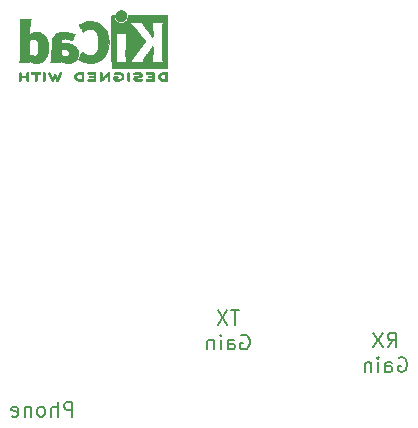
<source format=gbo>
G04 #@! TF.FileFunction,Legend,Bot*
%FSLAX46Y46*%
G04 Gerber Fmt 4.6, Leading zero omitted, Abs format (unit mm)*
G04 Created by KiCad (PCBNEW 4.0.6) date 04/11/17 13:58:44*
%MOMM*%
%LPD*%
G01*
G04 APERTURE LIST*
%ADD10C,0.100000*%
%ADD11C,0.200000*%
%ADD12C,0.010000*%
G04 APERTURE END LIST*
D10*
D11*
X120161523Y-99371476D02*
X120161523Y-98121476D01*
X119685332Y-98121476D01*
X119566285Y-98181000D01*
X119506761Y-98240524D01*
X119447237Y-98359571D01*
X119447237Y-98538143D01*
X119506761Y-98657190D01*
X119566285Y-98716714D01*
X119685332Y-98776238D01*
X120161523Y-98776238D01*
X118911523Y-99371476D02*
X118911523Y-98121476D01*
X118375809Y-99371476D02*
X118375809Y-98716714D01*
X118435332Y-98597667D01*
X118554380Y-98538143D01*
X118732952Y-98538143D01*
X118851999Y-98597667D01*
X118911523Y-98657190D01*
X117602000Y-99371476D02*
X117721047Y-99311952D01*
X117780571Y-99252429D01*
X117840095Y-99133381D01*
X117840095Y-98776238D01*
X117780571Y-98657190D01*
X117721047Y-98597667D01*
X117602000Y-98538143D01*
X117423428Y-98538143D01*
X117304380Y-98597667D01*
X117244857Y-98657190D01*
X117185333Y-98776238D01*
X117185333Y-99133381D01*
X117244857Y-99252429D01*
X117304380Y-99311952D01*
X117423428Y-99371476D01*
X117602000Y-99371476D01*
X116649619Y-98538143D02*
X116649619Y-99371476D01*
X116649619Y-98657190D02*
X116590095Y-98597667D01*
X116471048Y-98538143D01*
X116292476Y-98538143D01*
X116173428Y-98597667D01*
X116113905Y-98716714D01*
X116113905Y-99371476D01*
X115042476Y-99311952D02*
X115161524Y-99371476D01*
X115399619Y-99371476D01*
X115518667Y-99311952D01*
X115578191Y-99192905D01*
X115578191Y-98716714D01*
X115518667Y-98597667D01*
X115399619Y-98538143D01*
X115161524Y-98538143D01*
X115042476Y-98597667D01*
X114982953Y-98716714D01*
X114982953Y-98835762D01*
X115578191Y-98954810D01*
X134302380Y-90352976D02*
X133588095Y-90352976D01*
X133945238Y-91602976D02*
X133945238Y-90352976D01*
X133290476Y-90352976D02*
X132457142Y-91602976D01*
X132457142Y-90352976D02*
X133290476Y-91602976D01*
X134451190Y-92487500D02*
X134570238Y-92427976D01*
X134748809Y-92427976D01*
X134927381Y-92487500D01*
X135046428Y-92606548D01*
X135105952Y-92725595D01*
X135165476Y-92963690D01*
X135165476Y-93142262D01*
X135105952Y-93380357D01*
X135046428Y-93499405D01*
X134927381Y-93618452D01*
X134748809Y-93677976D01*
X134629761Y-93677976D01*
X134451190Y-93618452D01*
X134391666Y-93558929D01*
X134391666Y-93142262D01*
X134629761Y-93142262D01*
X133320238Y-93677976D02*
X133320238Y-93023214D01*
X133379761Y-92904167D01*
X133498809Y-92844643D01*
X133736904Y-92844643D01*
X133855952Y-92904167D01*
X133320238Y-93618452D02*
X133439285Y-93677976D01*
X133736904Y-93677976D01*
X133855952Y-93618452D01*
X133915476Y-93499405D01*
X133915476Y-93380357D01*
X133855952Y-93261310D01*
X133736904Y-93201786D01*
X133439285Y-93201786D01*
X133320238Y-93142262D01*
X132725000Y-93677976D02*
X132725000Y-92844643D01*
X132725000Y-92427976D02*
X132784524Y-92487500D01*
X132725000Y-92547024D01*
X132665476Y-92487500D01*
X132725000Y-92427976D01*
X132725000Y-92547024D01*
X132129762Y-92844643D02*
X132129762Y-93677976D01*
X132129762Y-92963690D02*
X132070238Y-92904167D01*
X131951191Y-92844643D01*
X131772619Y-92844643D01*
X131653571Y-92904167D01*
X131594048Y-93023214D01*
X131594048Y-93677976D01*
X146893333Y-93507976D02*
X147310000Y-92912738D01*
X147607619Y-93507976D02*
X147607619Y-92257976D01*
X147131428Y-92257976D01*
X147012381Y-92317500D01*
X146952857Y-92377024D01*
X146893333Y-92496071D01*
X146893333Y-92674643D01*
X146952857Y-92793690D01*
X147012381Y-92853214D01*
X147131428Y-92912738D01*
X147607619Y-92912738D01*
X146476667Y-92257976D02*
X145643333Y-93507976D01*
X145643333Y-92257976D02*
X146476667Y-93507976D01*
X147786190Y-94392500D02*
X147905238Y-94332976D01*
X148083809Y-94332976D01*
X148262381Y-94392500D01*
X148381428Y-94511548D01*
X148440952Y-94630595D01*
X148500476Y-94868690D01*
X148500476Y-95047262D01*
X148440952Y-95285357D01*
X148381428Y-95404405D01*
X148262381Y-95523452D01*
X148083809Y-95582976D01*
X147964761Y-95582976D01*
X147786190Y-95523452D01*
X147726666Y-95463929D01*
X147726666Y-95047262D01*
X147964761Y-95047262D01*
X146655238Y-95582976D02*
X146655238Y-94928214D01*
X146714761Y-94809167D01*
X146833809Y-94749643D01*
X147071904Y-94749643D01*
X147190952Y-94809167D01*
X146655238Y-95523452D02*
X146774285Y-95582976D01*
X147071904Y-95582976D01*
X147190952Y-95523452D01*
X147250476Y-95404405D01*
X147250476Y-95285357D01*
X147190952Y-95166310D01*
X147071904Y-95106786D01*
X146774285Y-95106786D01*
X146655238Y-95047262D01*
X146060000Y-95582976D02*
X146060000Y-94749643D01*
X146060000Y-94332976D02*
X146119524Y-94392500D01*
X146060000Y-94452024D01*
X146000476Y-94392500D01*
X146060000Y-94332976D01*
X146060000Y-94452024D01*
X145464762Y-94749643D02*
X145464762Y-95582976D01*
X145464762Y-94868690D02*
X145405238Y-94809167D01*
X145286191Y-94749643D01*
X145107619Y-94749643D01*
X144988571Y-94809167D01*
X144929048Y-94928214D01*
X144929048Y-95582976D01*
D12*
G36*
X128041371Y-70214066D02*
X128001889Y-70214467D01*
X127886200Y-70217259D01*
X127789311Y-70225550D01*
X127707919Y-70240232D01*
X127638723Y-70262193D01*
X127578420Y-70292322D01*
X127523708Y-70331510D01*
X127504167Y-70348532D01*
X127471750Y-70388363D01*
X127442520Y-70442413D01*
X127419991Y-70502323D01*
X127407679Y-70559739D01*
X127406400Y-70580956D01*
X127414417Y-70639769D01*
X127435899Y-70704013D01*
X127466999Y-70764821D01*
X127503866Y-70813330D01*
X127509854Y-70819182D01*
X127560579Y-70860321D01*
X127616125Y-70892435D01*
X127679696Y-70916365D01*
X127754494Y-70932953D01*
X127843722Y-70943041D01*
X127950582Y-70947469D01*
X127999528Y-70947845D01*
X128061762Y-70947545D01*
X128105528Y-70946292D01*
X128134931Y-70943554D01*
X128154079Y-70938801D01*
X128167077Y-70931501D01*
X128174045Y-70925267D01*
X128180626Y-70917694D01*
X128185788Y-70907924D01*
X128189703Y-70893340D01*
X128192543Y-70871326D01*
X128194480Y-70839264D01*
X128195684Y-70794536D01*
X128196328Y-70734526D01*
X128196583Y-70656617D01*
X128196622Y-70580956D01*
X128196870Y-70480041D01*
X128196817Y-70399427D01*
X128195857Y-70360822D01*
X128049867Y-70360822D01*
X128049867Y-70801089D01*
X127956734Y-70801004D01*
X127900693Y-70799396D01*
X127841999Y-70795256D01*
X127793028Y-70789464D01*
X127791538Y-70789226D01*
X127712392Y-70770090D01*
X127651002Y-70740287D01*
X127604305Y-70697878D01*
X127574635Y-70651961D01*
X127556353Y-70601026D01*
X127557771Y-70553200D01*
X127578988Y-70501933D01*
X127620489Y-70448899D01*
X127677998Y-70409600D01*
X127752750Y-70383331D01*
X127802708Y-70374035D01*
X127859416Y-70367507D01*
X127919519Y-70362782D01*
X127970639Y-70360817D01*
X127973667Y-70360808D01*
X128049867Y-70360822D01*
X128195857Y-70360822D01*
X128195260Y-70336851D01*
X128190998Y-70290055D01*
X128182830Y-70256778D01*
X128169556Y-70234759D01*
X128149974Y-70221739D01*
X128122883Y-70215457D01*
X128087082Y-70213653D01*
X128041371Y-70214066D01*
X128041371Y-70214066D01*
G37*
X128041371Y-70214066D02*
X128001889Y-70214467D01*
X127886200Y-70217259D01*
X127789311Y-70225550D01*
X127707919Y-70240232D01*
X127638723Y-70262193D01*
X127578420Y-70292322D01*
X127523708Y-70331510D01*
X127504167Y-70348532D01*
X127471750Y-70388363D01*
X127442520Y-70442413D01*
X127419991Y-70502323D01*
X127407679Y-70559739D01*
X127406400Y-70580956D01*
X127414417Y-70639769D01*
X127435899Y-70704013D01*
X127466999Y-70764821D01*
X127503866Y-70813330D01*
X127509854Y-70819182D01*
X127560579Y-70860321D01*
X127616125Y-70892435D01*
X127679696Y-70916365D01*
X127754494Y-70932953D01*
X127843722Y-70943041D01*
X127950582Y-70947469D01*
X127999528Y-70947845D01*
X128061762Y-70947545D01*
X128105528Y-70946292D01*
X128134931Y-70943554D01*
X128154079Y-70938801D01*
X128167077Y-70931501D01*
X128174045Y-70925267D01*
X128180626Y-70917694D01*
X128185788Y-70907924D01*
X128189703Y-70893340D01*
X128192543Y-70871326D01*
X128194480Y-70839264D01*
X128195684Y-70794536D01*
X128196328Y-70734526D01*
X128196583Y-70656617D01*
X128196622Y-70580956D01*
X128196870Y-70480041D01*
X128196817Y-70399427D01*
X128195857Y-70360822D01*
X128049867Y-70360822D01*
X128049867Y-70801089D01*
X127956734Y-70801004D01*
X127900693Y-70799396D01*
X127841999Y-70795256D01*
X127793028Y-70789464D01*
X127791538Y-70789226D01*
X127712392Y-70770090D01*
X127651002Y-70740287D01*
X127604305Y-70697878D01*
X127574635Y-70651961D01*
X127556353Y-70601026D01*
X127557771Y-70553200D01*
X127578988Y-70501933D01*
X127620489Y-70448899D01*
X127677998Y-70409600D01*
X127752750Y-70383331D01*
X127802708Y-70374035D01*
X127859416Y-70367507D01*
X127919519Y-70362782D01*
X127970639Y-70360817D01*
X127973667Y-70360808D01*
X128049867Y-70360822D01*
X128195857Y-70360822D01*
X128195260Y-70336851D01*
X128190998Y-70290055D01*
X128182830Y-70256778D01*
X128169556Y-70234759D01*
X128149974Y-70221739D01*
X128122883Y-70215457D01*
X128087082Y-70213653D01*
X128041371Y-70214066D01*
G36*
X126632794Y-70214146D02*
X126563386Y-70214518D01*
X126510997Y-70215385D01*
X126472847Y-70216946D01*
X126446159Y-70219403D01*
X126428153Y-70222957D01*
X126416049Y-70227810D01*
X126407069Y-70234161D01*
X126403818Y-70237084D01*
X126384043Y-70268142D01*
X126380482Y-70303828D01*
X126393491Y-70335510D01*
X126399506Y-70341913D01*
X126409235Y-70348121D01*
X126424901Y-70352910D01*
X126449408Y-70356514D01*
X126485661Y-70359164D01*
X126536565Y-70361095D01*
X126605026Y-70362539D01*
X126667617Y-70363418D01*
X126915334Y-70366467D01*
X126918719Y-70431378D01*
X126922105Y-70496289D01*
X126753958Y-70496289D01*
X126680959Y-70496919D01*
X126627517Y-70499553D01*
X126590628Y-70505309D01*
X126567288Y-70515304D01*
X126554494Y-70530656D01*
X126549242Y-70552482D01*
X126548445Y-70572738D01*
X126550923Y-70597592D01*
X126560277Y-70615906D01*
X126579383Y-70628637D01*
X126611118Y-70636741D01*
X126658359Y-70641176D01*
X126723983Y-70642899D01*
X126759801Y-70643045D01*
X126920978Y-70643045D01*
X126920978Y-70801089D01*
X126672622Y-70801089D01*
X126591213Y-70801202D01*
X126529342Y-70801712D01*
X126483968Y-70802870D01*
X126452054Y-70804930D01*
X126430559Y-70808146D01*
X126416443Y-70812772D01*
X126406668Y-70819059D01*
X126401689Y-70823667D01*
X126384610Y-70850560D01*
X126379111Y-70874467D01*
X126386963Y-70903667D01*
X126401689Y-70925267D01*
X126409546Y-70932066D01*
X126419688Y-70937346D01*
X126434844Y-70941298D01*
X126457741Y-70944113D01*
X126491109Y-70945982D01*
X126537675Y-70947098D01*
X126600167Y-70947651D01*
X126681314Y-70947833D01*
X126723422Y-70947845D01*
X126813598Y-70947765D01*
X126883924Y-70947398D01*
X126937129Y-70946552D01*
X126975940Y-70945036D01*
X127003087Y-70942659D01*
X127021298Y-70939229D01*
X127033300Y-70934554D01*
X127041822Y-70928444D01*
X127045156Y-70925267D01*
X127051755Y-70917670D01*
X127056927Y-70907870D01*
X127060846Y-70893239D01*
X127063684Y-70871152D01*
X127065615Y-70838982D01*
X127066812Y-70794103D01*
X127067448Y-70733889D01*
X127067697Y-70655713D01*
X127067734Y-70582923D01*
X127067700Y-70489707D01*
X127067465Y-70416431D01*
X127066830Y-70360458D01*
X127065594Y-70319151D01*
X127063556Y-70289872D01*
X127060517Y-70269984D01*
X127056277Y-70256850D01*
X127050635Y-70247832D01*
X127043391Y-70240293D01*
X127041606Y-70238612D01*
X127032945Y-70231172D01*
X127022882Y-70225409D01*
X127008625Y-70221112D01*
X126987383Y-70218064D01*
X126956364Y-70216051D01*
X126912777Y-70214860D01*
X126853831Y-70214275D01*
X126776734Y-70214083D01*
X126722001Y-70214067D01*
X126632794Y-70214146D01*
X126632794Y-70214146D01*
G37*
X126632794Y-70214146D02*
X126563386Y-70214518D01*
X126510997Y-70215385D01*
X126472847Y-70216946D01*
X126446159Y-70219403D01*
X126428153Y-70222957D01*
X126416049Y-70227810D01*
X126407069Y-70234161D01*
X126403818Y-70237084D01*
X126384043Y-70268142D01*
X126380482Y-70303828D01*
X126393491Y-70335510D01*
X126399506Y-70341913D01*
X126409235Y-70348121D01*
X126424901Y-70352910D01*
X126449408Y-70356514D01*
X126485661Y-70359164D01*
X126536565Y-70361095D01*
X126605026Y-70362539D01*
X126667617Y-70363418D01*
X126915334Y-70366467D01*
X126918719Y-70431378D01*
X126922105Y-70496289D01*
X126753958Y-70496289D01*
X126680959Y-70496919D01*
X126627517Y-70499553D01*
X126590628Y-70505309D01*
X126567288Y-70515304D01*
X126554494Y-70530656D01*
X126549242Y-70552482D01*
X126548445Y-70572738D01*
X126550923Y-70597592D01*
X126560277Y-70615906D01*
X126579383Y-70628637D01*
X126611118Y-70636741D01*
X126658359Y-70641176D01*
X126723983Y-70642899D01*
X126759801Y-70643045D01*
X126920978Y-70643045D01*
X126920978Y-70801089D01*
X126672622Y-70801089D01*
X126591213Y-70801202D01*
X126529342Y-70801712D01*
X126483968Y-70802870D01*
X126452054Y-70804930D01*
X126430559Y-70808146D01*
X126416443Y-70812772D01*
X126406668Y-70819059D01*
X126401689Y-70823667D01*
X126384610Y-70850560D01*
X126379111Y-70874467D01*
X126386963Y-70903667D01*
X126401689Y-70925267D01*
X126409546Y-70932066D01*
X126419688Y-70937346D01*
X126434844Y-70941298D01*
X126457741Y-70944113D01*
X126491109Y-70945982D01*
X126537675Y-70947098D01*
X126600167Y-70947651D01*
X126681314Y-70947833D01*
X126723422Y-70947845D01*
X126813598Y-70947765D01*
X126883924Y-70947398D01*
X126937129Y-70946552D01*
X126975940Y-70945036D01*
X127003087Y-70942659D01*
X127021298Y-70939229D01*
X127033300Y-70934554D01*
X127041822Y-70928444D01*
X127045156Y-70925267D01*
X127051755Y-70917670D01*
X127056927Y-70907870D01*
X127060846Y-70893239D01*
X127063684Y-70871152D01*
X127065615Y-70838982D01*
X127066812Y-70794103D01*
X127067448Y-70733889D01*
X127067697Y-70655713D01*
X127067734Y-70582923D01*
X127067700Y-70489707D01*
X127067465Y-70416431D01*
X127066830Y-70360458D01*
X127065594Y-70319151D01*
X127063556Y-70289872D01*
X127060517Y-70269984D01*
X127056277Y-70256850D01*
X127050635Y-70247832D01*
X127043391Y-70240293D01*
X127041606Y-70238612D01*
X127032945Y-70231172D01*
X127022882Y-70225409D01*
X127008625Y-70221112D01*
X126987383Y-70218064D01*
X126956364Y-70216051D01*
X126912777Y-70214860D01*
X126853831Y-70214275D01*
X126776734Y-70214083D01*
X126722001Y-70214067D01*
X126632794Y-70214146D01*
G36*
X125611703Y-70215351D02*
X125536888Y-70220581D01*
X125467306Y-70228750D01*
X125407002Y-70239550D01*
X125360020Y-70252673D01*
X125330406Y-70267813D01*
X125325860Y-70272269D01*
X125310054Y-70306850D01*
X125314847Y-70342351D01*
X125339364Y-70372725D01*
X125340534Y-70373596D01*
X125354954Y-70382954D01*
X125370008Y-70387876D01*
X125391005Y-70388473D01*
X125423257Y-70384861D01*
X125472073Y-70377154D01*
X125476000Y-70376505D01*
X125548739Y-70367569D01*
X125627217Y-70363161D01*
X125705927Y-70363119D01*
X125779361Y-70367279D01*
X125842011Y-70375479D01*
X125888370Y-70387557D01*
X125891416Y-70388771D01*
X125925048Y-70407615D01*
X125936864Y-70426685D01*
X125927614Y-70445439D01*
X125898047Y-70463337D01*
X125848911Y-70479837D01*
X125780957Y-70494396D01*
X125735645Y-70501406D01*
X125641456Y-70514889D01*
X125566544Y-70527214D01*
X125507717Y-70539449D01*
X125461785Y-70552661D01*
X125425555Y-70567917D01*
X125395838Y-70586285D01*
X125369442Y-70608831D01*
X125348230Y-70630971D01*
X125323065Y-70661819D01*
X125310681Y-70688345D01*
X125306808Y-70721026D01*
X125306667Y-70732995D01*
X125309576Y-70772712D01*
X125321202Y-70802259D01*
X125341323Y-70828486D01*
X125382216Y-70868576D01*
X125427817Y-70899149D01*
X125481513Y-70921203D01*
X125546692Y-70935735D01*
X125626744Y-70943741D01*
X125725057Y-70946218D01*
X125741289Y-70946177D01*
X125806849Y-70944818D01*
X125871866Y-70941730D01*
X125929252Y-70937356D01*
X125971922Y-70932140D01*
X125975372Y-70931541D01*
X126017796Y-70921491D01*
X126053780Y-70908796D01*
X126074150Y-70897190D01*
X126093107Y-70866572D01*
X126094427Y-70830918D01*
X126078085Y-70799144D01*
X126074429Y-70795551D01*
X126059315Y-70784876D01*
X126040415Y-70780276D01*
X126011162Y-70781059D01*
X125975651Y-70785127D01*
X125935970Y-70788762D01*
X125880345Y-70791828D01*
X125815406Y-70794053D01*
X125747785Y-70795164D01*
X125730000Y-70795237D01*
X125662128Y-70794964D01*
X125612454Y-70793646D01*
X125576610Y-70790827D01*
X125550224Y-70786050D01*
X125528926Y-70778857D01*
X125516126Y-70772867D01*
X125488000Y-70756233D01*
X125470068Y-70741168D01*
X125467447Y-70736897D01*
X125472976Y-70719263D01*
X125499260Y-70702192D01*
X125544478Y-70686458D01*
X125606808Y-70672838D01*
X125625171Y-70669804D01*
X125721090Y-70654738D01*
X125797641Y-70642146D01*
X125857780Y-70631111D01*
X125904460Y-70620720D01*
X125940637Y-70610056D01*
X125969265Y-70598205D01*
X125993298Y-70584251D01*
X126015692Y-70567281D01*
X126039402Y-70546378D01*
X126047380Y-70539049D01*
X126075353Y-70511699D01*
X126090160Y-70490029D01*
X126095952Y-70465232D01*
X126096889Y-70433983D01*
X126086575Y-70372705D01*
X126055752Y-70320640D01*
X126004595Y-70277958D01*
X125933283Y-70244825D01*
X125882400Y-70229964D01*
X125827100Y-70220366D01*
X125760853Y-70214936D01*
X125687706Y-70213367D01*
X125611703Y-70215351D01*
X125611703Y-70215351D01*
G37*
X125611703Y-70215351D02*
X125536888Y-70220581D01*
X125467306Y-70228750D01*
X125407002Y-70239550D01*
X125360020Y-70252673D01*
X125330406Y-70267813D01*
X125325860Y-70272269D01*
X125310054Y-70306850D01*
X125314847Y-70342351D01*
X125339364Y-70372725D01*
X125340534Y-70373596D01*
X125354954Y-70382954D01*
X125370008Y-70387876D01*
X125391005Y-70388473D01*
X125423257Y-70384861D01*
X125472073Y-70377154D01*
X125476000Y-70376505D01*
X125548739Y-70367569D01*
X125627217Y-70363161D01*
X125705927Y-70363119D01*
X125779361Y-70367279D01*
X125842011Y-70375479D01*
X125888370Y-70387557D01*
X125891416Y-70388771D01*
X125925048Y-70407615D01*
X125936864Y-70426685D01*
X125927614Y-70445439D01*
X125898047Y-70463337D01*
X125848911Y-70479837D01*
X125780957Y-70494396D01*
X125735645Y-70501406D01*
X125641456Y-70514889D01*
X125566544Y-70527214D01*
X125507717Y-70539449D01*
X125461785Y-70552661D01*
X125425555Y-70567917D01*
X125395838Y-70586285D01*
X125369442Y-70608831D01*
X125348230Y-70630971D01*
X125323065Y-70661819D01*
X125310681Y-70688345D01*
X125306808Y-70721026D01*
X125306667Y-70732995D01*
X125309576Y-70772712D01*
X125321202Y-70802259D01*
X125341323Y-70828486D01*
X125382216Y-70868576D01*
X125427817Y-70899149D01*
X125481513Y-70921203D01*
X125546692Y-70935735D01*
X125626744Y-70943741D01*
X125725057Y-70946218D01*
X125741289Y-70946177D01*
X125806849Y-70944818D01*
X125871866Y-70941730D01*
X125929252Y-70937356D01*
X125971922Y-70932140D01*
X125975372Y-70931541D01*
X126017796Y-70921491D01*
X126053780Y-70908796D01*
X126074150Y-70897190D01*
X126093107Y-70866572D01*
X126094427Y-70830918D01*
X126078085Y-70799144D01*
X126074429Y-70795551D01*
X126059315Y-70784876D01*
X126040415Y-70780276D01*
X126011162Y-70781059D01*
X125975651Y-70785127D01*
X125935970Y-70788762D01*
X125880345Y-70791828D01*
X125815406Y-70794053D01*
X125747785Y-70795164D01*
X125730000Y-70795237D01*
X125662128Y-70794964D01*
X125612454Y-70793646D01*
X125576610Y-70790827D01*
X125550224Y-70786050D01*
X125528926Y-70778857D01*
X125516126Y-70772867D01*
X125488000Y-70756233D01*
X125470068Y-70741168D01*
X125467447Y-70736897D01*
X125472976Y-70719263D01*
X125499260Y-70702192D01*
X125544478Y-70686458D01*
X125606808Y-70672838D01*
X125625171Y-70669804D01*
X125721090Y-70654738D01*
X125797641Y-70642146D01*
X125857780Y-70631111D01*
X125904460Y-70620720D01*
X125940637Y-70610056D01*
X125969265Y-70598205D01*
X125993298Y-70584251D01*
X126015692Y-70567281D01*
X126039402Y-70546378D01*
X126047380Y-70539049D01*
X126075353Y-70511699D01*
X126090160Y-70490029D01*
X126095952Y-70465232D01*
X126096889Y-70433983D01*
X126086575Y-70372705D01*
X126055752Y-70320640D01*
X126004595Y-70277958D01*
X125933283Y-70244825D01*
X125882400Y-70229964D01*
X125827100Y-70220366D01*
X125760853Y-70214936D01*
X125687706Y-70213367D01*
X125611703Y-70215351D01*
G36*
X124843822Y-70236645D02*
X124837242Y-70244218D01*
X124832079Y-70253987D01*
X124828164Y-70268571D01*
X124825324Y-70290585D01*
X124823387Y-70322648D01*
X124822183Y-70367375D01*
X124821539Y-70427385D01*
X124821284Y-70505294D01*
X124821245Y-70580956D01*
X124821314Y-70674802D01*
X124821638Y-70748689D01*
X124822386Y-70805232D01*
X124823732Y-70847049D01*
X124825846Y-70876757D01*
X124828900Y-70896973D01*
X124833066Y-70910314D01*
X124838516Y-70919398D01*
X124843822Y-70925267D01*
X124876826Y-70944947D01*
X124911991Y-70943181D01*
X124943455Y-70921717D01*
X124950684Y-70913337D01*
X124956334Y-70903614D01*
X124960599Y-70889861D01*
X124963673Y-70869389D01*
X124965752Y-70839512D01*
X124967030Y-70797541D01*
X124967701Y-70740789D01*
X124967959Y-70666567D01*
X124968000Y-70582537D01*
X124968000Y-70269485D01*
X124940291Y-70241776D01*
X124906137Y-70218463D01*
X124873006Y-70217623D01*
X124843822Y-70236645D01*
X124843822Y-70236645D01*
G37*
X124843822Y-70236645D02*
X124837242Y-70244218D01*
X124832079Y-70253987D01*
X124828164Y-70268571D01*
X124825324Y-70290585D01*
X124823387Y-70322648D01*
X124822183Y-70367375D01*
X124821539Y-70427385D01*
X124821284Y-70505294D01*
X124821245Y-70580956D01*
X124821314Y-70674802D01*
X124821638Y-70748689D01*
X124822386Y-70805232D01*
X124823732Y-70847049D01*
X124825846Y-70876757D01*
X124828900Y-70896973D01*
X124833066Y-70910314D01*
X124838516Y-70919398D01*
X124843822Y-70925267D01*
X124876826Y-70944947D01*
X124911991Y-70943181D01*
X124943455Y-70921717D01*
X124950684Y-70913337D01*
X124956334Y-70903614D01*
X124960599Y-70889861D01*
X124963673Y-70869389D01*
X124965752Y-70839512D01*
X124967030Y-70797541D01*
X124967701Y-70740789D01*
X124967959Y-70666567D01*
X124968000Y-70582537D01*
X124968000Y-70269485D01*
X124940291Y-70241776D01*
X124906137Y-70218463D01*
X124873006Y-70217623D01*
X124843822Y-70236645D01*
G36*
X123870081Y-70219599D02*
X123801565Y-70231095D01*
X123748943Y-70248967D01*
X123714708Y-70272499D01*
X123705379Y-70285924D01*
X123695893Y-70317148D01*
X123702277Y-70345395D01*
X123722430Y-70372182D01*
X123753745Y-70384713D01*
X123799183Y-70383696D01*
X123834326Y-70376906D01*
X123912419Y-70363971D01*
X123992226Y-70362742D01*
X124081555Y-70373241D01*
X124106229Y-70377690D01*
X124189291Y-70401108D01*
X124254273Y-70435945D01*
X124300461Y-70481604D01*
X124327145Y-70537494D01*
X124332663Y-70566388D01*
X124329051Y-70625012D01*
X124305729Y-70676879D01*
X124264824Y-70720978D01*
X124208459Y-70756299D01*
X124138760Y-70781829D01*
X124057852Y-70796559D01*
X123967860Y-70799478D01*
X123870910Y-70789575D01*
X123865436Y-70788641D01*
X123826875Y-70781459D01*
X123805494Y-70774521D01*
X123796227Y-70764227D01*
X123794006Y-70746976D01*
X123793956Y-70737841D01*
X123793956Y-70699489D01*
X123862431Y-70699489D01*
X123922900Y-70695347D01*
X123964165Y-70682147D01*
X123988175Y-70658730D01*
X123996877Y-70623936D01*
X123996983Y-70619394D01*
X123991892Y-70589654D01*
X123974433Y-70568419D01*
X123941939Y-70554366D01*
X123891743Y-70546173D01*
X123843123Y-70543161D01*
X123772456Y-70541433D01*
X123721198Y-70544070D01*
X123686239Y-70553800D01*
X123664470Y-70573353D01*
X123652780Y-70605456D01*
X123648060Y-70652838D01*
X123647200Y-70715071D01*
X123648609Y-70784535D01*
X123652848Y-70831786D01*
X123659936Y-70857012D01*
X123661311Y-70858988D01*
X123700228Y-70890508D01*
X123757286Y-70915470D01*
X123828869Y-70933340D01*
X123911358Y-70943586D01*
X124001139Y-70945673D01*
X124094592Y-70939068D01*
X124149556Y-70930956D01*
X124235766Y-70906554D01*
X124315892Y-70866662D01*
X124382977Y-70814887D01*
X124393173Y-70804539D01*
X124426302Y-70761035D01*
X124456194Y-70707118D01*
X124479357Y-70650592D01*
X124492298Y-70599259D01*
X124493858Y-70579544D01*
X124487218Y-70538419D01*
X124469568Y-70487252D01*
X124444297Y-70433394D01*
X124414789Y-70384195D01*
X124388719Y-70351334D01*
X124327765Y-70302452D01*
X124248969Y-70263545D01*
X124155157Y-70235494D01*
X124049150Y-70219179D01*
X123952000Y-70215192D01*
X123870081Y-70219599D01*
X123870081Y-70219599D01*
G37*
X123870081Y-70219599D02*
X123801565Y-70231095D01*
X123748943Y-70248967D01*
X123714708Y-70272499D01*
X123705379Y-70285924D01*
X123695893Y-70317148D01*
X123702277Y-70345395D01*
X123722430Y-70372182D01*
X123753745Y-70384713D01*
X123799183Y-70383696D01*
X123834326Y-70376906D01*
X123912419Y-70363971D01*
X123992226Y-70362742D01*
X124081555Y-70373241D01*
X124106229Y-70377690D01*
X124189291Y-70401108D01*
X124254273Y-70435945D01*
X124300461Y-70481604D01*
X124327145Y-70537494D01*
X124332663Y-70566388D01*
X124329051Y-70625012D01*
X124305729Y-70676879D01*
X124264824Y-70720978D01*
X124208459Y-70756299D01*
X124138760Y-70781829D01*
X124057852Y-70796559D01*
X123967860Y-70799478D01*
X123870910Y-70789575D01*
X123865436Y-70788641D01*
X123826875Y-70781459D01*
X123805494Y-70774521D01*
X123796227Y-70764227D01*
X123794006Y-70746976D01*
X123793956Y-70737841D01*
X123793956Y-70699489D01*
X123862431Y-70699489D01*
X123922900Y-70695347D01*
X123964165Y-70682147D01*
X123988175Y-70658730D01*
X123996877Y-70623936D01*
X123996983Y-70619394D01*
X123991892Y-70589654D01*
X123974433Y-70568419D01*
X123941939Y-70554366D01*
X123891743Y-70546173D01*
X123843123Y-70543161D01*
X123772456Y-70541433D01*
X123721198Y-70544070D01*
X123686239Y-70553800D01*
X123664470Y-70573353D01*
X123652780Y-70605456D01*
X123648060Y-70652838D01*
X123647200Y-70715071D01*
X123648609Y-70784535D01*
X123652848Y-70831786D01*
X123659936Y-70857012D01*
X123661311Y-70858988D01*
X123700228Y-70890508D01*
X123757286Y-70915470D01*
X123828869Y-70933340D01*
X123911358Y-70943586D01*
X124001139Y-70945673D01*
X124094592Y-70939068D01*
X124149556Y-70930956D01*
X124235766Y-70906554D01*
X124315892Y-70866662D01*
X124382977Y-70814887D01*
X124393173Y-70804539D01*
X124426302Y-70761035D01*
X124456194Y-70707118D01*
X124479357Y-70650592D01*
X124492298Y-70599259D01*
X124493858Y-70579544D01*
X124487218Y-70538419D01*
X124469568Y-70487252D01*
X124444297Y-70433394D01*
X124414789Y-70384195D01*
X124388719Y-70351334D01*
X124327765Y-70302452D01*
X124248969Y-70263545D01*
X124155157Y-70235494D01*
X124049150Y-70219179D01*
X123952000Y-70215192D01*
X123870081Y-70219599D01*
G36*
X123220114Y-70218448D02*
X123196548Y-70232273D01*
X123165735Y-70254881D01*
X123126078Y-70287338D01*
X123075980Y-70330708D01*
X123013843Y-70386058D01*
X122938072Y-70454451D01*
X122851334Y-70533084D01*
X122670711Y-70696878D01*
X122665067Y-70477029D01*
X122663029Y-70401351D01*
X122661063Y-70344994D01*
X122658734Y-70304706D01*
X122655606Y-70277235D01*
X122651245Y-70259329D01*
X122645216Y-70247737D01*
X122637084Y-70239208D01*
X122632772Y-70235623D01*
X122598241Y-70216670D01*
X122565383Y-70219441D01*
X122539318Y-70235633D01*
X122512667Y-70257199D01*
X122509352Y-70572151D01*
X122508435Y-70664779D01*
X122507968Y-70737544D01*
X122508113Y-70793161D01*
X122509032Y-70834342D01*
X122510887Y-70863803D01*
X122513839Y-70884255D01*
X122518050Y-70898413D01*
X122523682Y-70908991D01*
X122529927Y-70917474D01*
X122543439Y-70933207D01*
X122556883Y-70943636D01*
X122572124Y-70947639D01*
X122591026Y-70944094D01*
X122615455Y-70931879D01*
X122647273Y-70909871D01*
X122688348Y-70876949D01*
X122740542Y-70831991D01*
X122805722Y-70773875D01*
X122879556Y-70707099D01*
X123144845Y-70466458D01*
X123150489Y-70685589D01*
X123152531Y-70761128D01*
X123154502Y-70817354D01*
X123156839Y-70857524D01*
X123159981Y-70884896D01*
X123164364Y-70902728D01*
X123170424Y-70914279D01*
X123178600Y-70922807D01*
X123182784Y-70926282D01*
X123219765Y-70945372D01*
X123254708Y-70942493D01*
X123285136Y-70918100D01*
X123292097Y-70908286D01*
X123297523Y-70896826D01*
X123301603Y-70880968D01*
X123304529Y-70857963D01*
X123306492Y-70825062D01*
X123307683Y-70779516D01*
X123308292Y-70718573D01*
X123308511Y-70639486D01*
X123308534Y-70580956D01*
X123308460Y-70489407D01*
X123308113Y-70417687D01*
X123307301Y-70363045D01*
X123305833Y-70322732D01*
X123303519Y-70293998D01*
X123300167Y-70274093D01*
X123295588Y-70260268D01*
X123289589Y-70249772D01*
X123285136Y-70243811D01*
X123273850Y-70229691D01*
X123263301Y-70219029D01*
X123251893Y-70212892D01*
X123238030Y-70212343D01*
X123220114Y-70218448D01*
X123220114Y-70218448D01*
G37*
X123220114Y-70218448D02*
X123196548Y-70232273D01*
X123165735Y-70254881D01*
X123126078Y-70287338D01*
X123075980Y-70330708D01*
X123013843Y-70386058D01*
X122938072Y-70454451D01*
X122851334Y-70533084D01*
X122670711Y-70696878D01*
X122665067Y-70477029D01*
X122663029Y-70401351D01*
X122661063Y-70344994D01*
X122658734Y-70304706D01*
X122655606Y-70277235D01*
X122651245Y-70259329D01*
X122645216Y-70247737D01*
X122637084Y-70239208D01*
X122632772Y-70235623D01*
X122598241Y-70216670D01*
X122565383Y-70219441D01*
X122539318Y-70235633D01*
X122512667Y-70257199D01*
X122509352Y-70572151D01*
X122508435Y-70664779D01*
X122507968Y-70737544D01*
X122508113Y-70793161D01*
X122509032Y-70834342D01*
X122510887Y-70863803D01*
X122513839Y-70884255D01*
X122518050Y-70898413D01*
X122523682Y-70908991D01*
X122529927Y-70917474D01*
X122543439Y-70933207D01*
X122556883Y-70943636D01*
X122572124Y-70947639D01*
X122591026Y-70944094D01*
X122615455Y-70931879D01*
X122647273Y-70909871D01*
X122688348Y-70876949D01*
X122740542Y-70831991D01*
X122805722Y-70773875D01*
X122879556Y-70707099D01*
X123144845Y-70466458D01*
X123150489Y-70685589D01*
X123152531Y-70761128D01*
X123154502Y-70817354D01*
X123156839Y-70857524D01*
X123159981Y-70884896D01*
X123164364Y-70902728D01*
X123170424Y-70914279D01*
X123178600Y-70922807D01*
X123182784Y-70926282D01*
X123219765Y-70945372D01*
X123254708Y-70942493D01*
X123285136Y-70918100D01*
X123292097Y-70908286D01*
X123297523Y-70896826D01*
X123301603Y-70880968D01*
X123304529Y-70857963D01*
X123306492Y-70825062D01*
X123307683Y-70779516D01*
X123308292Y-70718573D01*
X123308511Y-70639486D01*
X123308534Y-70580956D01*
X123308460Y-70489407D01*
X123308113Y-70417687D01*
X123307301Y-70363045D01*
X123305833Y-70322732D01*
X123303519Y-70293998D01*
X123300167Y-70274093D01*
X123295588Y-70260268D01*
X123289589Y-70249772D01*
X123285136Y-70243811D01*
X123273850Y-70229691D01*
X123263301Y-70219029D01*
X123251893Y-70212892D01*
X123238030Y-70212343D01*
X123220114Y-70218448D01*
G36*
X121689657Y-70214260D02*
X121613299Y-70215174D01*
X121554783Y-70217311D01*
X121511745Y-70221175D01*
X121481817Y-70227267D01*
X121462632Y-70236090D01*
X121451824Y-70248146D01*
X121447027Y-70263939D01*
X121445873Y-70283970D01*
X121445867Y-70286335D01*
X121446869Y-70308992D01*
X121451604Y-70326503D01*
X121462667Y-70339574D01*
X121482652Y-70348913D01*
X121514154Y-70355227D01*
X121559768Y-70359222D01*
X121622087Y-70361606D01*
X121703707Y-70363086D01*
X121728723Y-70363414D01*
X121970800Y-70366467D01*
X121974186Y-70431378D01*
X121977571Y-70496289D01*
X121809424Y-70496289D01*
X121743734Y-70496531D01*
X121696828Y-70497556D01*
X121664917Y-70499811D01*
X121644209Y-70503742D01*
X121630916Y-70509798D01*
X121621245Y-70518424D01*
X121621183Y-70518493D01*
X121603644Y-70552112D01*
X121604278Y-70588448D01*
X121622686Y-70619423D01*
X121626329Y-70622607D01*
X121639259Y-70630812D01*
X121656976Y-70636521D01*
X121683430Y-70640162D01*
X121722568Y-70642167D01*
X121778338Y-70642964D01*
X121814006Y-70643045D01*
X121976445Y-70643045D01*
X121976445Y-70801089D01*
X121729839Y-70801089D01*
X121648420Y-70801231D01*
X121586590Y-70801814D01*
X121541363Y-70803068D01*
X121509752Y-70805227D01*
X121488769Y-70808523D01*
X121475427Y-70813189D01*
X121466739Y-70819457D01*
X121464550Y-70821733D01*
X121448386Y-70853280D01*
X121447203Y-70889168D01*
X121460464Y-70920285D01*
X121470957Y-70930271D01*
X121481871Y-70935769D01*
X121498783Y-70940022D01*
X121524367Y-70943180D01*
X121561299Y-70945392D01*
X121612254Y-70946806D01*
X121679906Y-70947572D01*
X121766931Y-70947838D01*
X121786606Y-70947845D01*
X121875089Y-70947787D01*
X121943773Y-70947467D01*
X121995436Y-70946667D01*
X122032855Y-70945167D01*
X122058810Y-70942749D01*
X122076078Y-70939194D01*
X122087438Y-70934282D01*
X122095668Y-70927795D01*
X122100183Y-70923138D01*
X122106979Y-70914889D01*
X122112288Y-70904669D01*
X122116294Y-70889800D01*
X122119179Y-70867602D01*
X122121126Y-70835393D01*
X122122319Y-70790496D01*
X122122939Y-70730228D01*
X122123171Y-70651911D01*
X122123200Y-70585994D01*
X122123129Y-70493628D01*
X122122792Y-70421117D01*
X122122002Y-70365737D01*
X122120574Y-70324765D01*
X122118321Y-70295478D01*
X122115057Y-70275153D01*
X122110596Y-70261066D01*
X122104752Y-70250495D01*
X122099803Y-70243811D01*
X122076406Y-70214067D01*
X121786226Y-70214067D01*
X121689657Y-70214260D01*
X121689657Y-70214260D01*
G37*
X121689657Y-70214260D02*
X121613299Y-70215174D01*
X121554783Y-70217311D01*
X121511745Y-70221175D01*
X121481817Y-70227267D01*
X121462632Y-70236090D01*
X121451824Y-70248146D01*
X121447027Y-70263939D01*
X121445873Y-70283970D01*
X121445867Y-70286335D01*
X121446869Y-70308992D01*
X121451604Y-70326503D01*
X121462667Y-70339574D01*
X121482652Y-70348913D01*
X121514154Y-70355227D01*
X121559768Y-70359222D01*
X121622087Y-70361606D01*
X121703707Y-70363086D01*
X121728723Y-70363414D01*
X121970800Y-70366467D01*
X121974186Y-70431378D01*
X121977571Y-70496289D01*
X121809424Y-70496289D01*
X121743734Y-70496531D01*
X121696828Y-70497556D01*
X121664917Y-70499811D01*
X121644209Y-70503742D01*
X121630916Y-70509798D01*
X121621245Y-70518424D01*
X121621183Y-70518493D01*
X121603644Y-70552112D01*
X121604278Y-70588448D01*
X121622686Y-70619423D01*
X121626329Y-70622607D01*
X121639259Y-70630812D01*
X121656976Y-70636521D01*
X121683430Y-70640162D01*
X121722568Y-70642167D01*
X121778338Y-70642964D01*
X121814006Y-70643045D01*
X121976445Y-70643045D01*
X121976445Y-70801089D01*
X121729839Y-70801089D01*
X121648420Y-70801231D01*
X121586590Y-70801814D01*
X121541363Y-70803068D01*
X121509752Y-70805227D01*
X121488769Y-70808523D01*
X121475427Y-70813189D01*
X121466739Y-70819457D01*
X121464550Y-70821733D01*
X121448386Y-70853280D01*
X121447203Y-70889168D01*
X121460464Y-70920285D01*
X121470957Y-70930271D01*
X121481871Y-70935769D01*
X121498783Y-70940022D01*
X121524367Y-70943180D01*
X121561299Y-70945392D01*
X121612254Y-70946806D01*
X121679906Y-70947572D01*
X121766931Y-70947838D01*
X121786606Y-70947845D01*
X121875089Y-70947787D01*
X121943773Y-70947467D01*
X121995436Y-70946667D01*
X122032855Y-70945167D01*
X122058810Y-70942749D01*
X122076078Y-70939194D01*
X122087438Y-70934282D01*
X122095668Y-70927795D01*
X122100183Y-70923138D01*
X122106979Y-70914889D01*
X122112288Y-70904669D01*
X122116294Y-70889800D01*
X122119179Y-70867602D01*
X122121126Y-70835393D01*
X122122319Y-70790496D01*
X122122939Y-70730228D01*
X122123171Y-70651911D01*
X122123200Y-70585994D01*
X122123129Y-70493628D01*
X122122792Y-70421117D01*
X122122002Y-70365737D01*
X122120574Y-70324765D01*
X122118321Y-70295478D01*
X122115057Y-70275153D01*
X122110596Y-70261066D01*
X122104752Y-70250495D01*
X122099803Y-70243811D01*
X122076406Y-70214067D01*
X121786226Y-70214067D01*
X121689657Y-70214260D01*
G36*
X120901691Y-70214275D02*
X120772712Y-70218636D01*
X120663009Y-70231861D01*
X120570774Y-70254741D01*
X120494198Y-70288070D01*
X120431473Y-70332638D01*
X120380788Y-70389236D01*
X120340337Y-70458658D01*
X120339541Y-70460351D01*
X120315399Y-70522483D01*
X120306797Y-70577509D01*
X120313769Y-70632887D01*
X120336346Y-70696073D01*
X120340628Y-70705689D01*
X120369828Y-70761966D01*
X120402644Y-70805451D01*
X120444998Y-70842417D01*
X120502810Y-70879135D01*
X120506169Y-70881052D01*
X120556496Y-70905227D01*
X120613379Y-70923282D01*
X120680473Y-70935839D01*
X120761435Y-70943522D01*
X120859918Y-70946953D01*
X120894714Y-70947251D01*
X121060406Y-70947845D01*
X121083803Y-70918100D01*
X121090743Y-70908319D01*
X121096158Y-70896897D01*
X121100235Y-70881095D01*
X121103163Y-70858175D01*
X121105133Y-70825396D01*
X121105775Y-70801089D01*
X120949156Y-70801089D01*
X120855274Y-70801089D01*
X120800336Y-70799483D01*
X120743940Y-70795255D01*
X120697655Y-70789292D01*
X120694861Y-70788790D01*
X120612652Y-70766736D01*
X120548886Y-70733600D01*
X120501548Y-70687847D01*
X120468618Y-70627939D01*
X120462892Y-70612061D01*
X120457279Y-70587333D01*
X120459709Y-70562902D01*
X120471533Y-70530400D01*
X120478660Y-70514434D01*
X120502000Y-70472006D01*
X120530120Y-70442240D01*
X120561060Y-70421511D01*
X120623034Y-70394537D01*
X120702349Y-70374998D01*
X120794747Y-70363746D01*
X120861667Y-70361270D01*
X120949156Y-70360822D01*
X120949156Y-70801089D01*
X121105775Y-70801089D01*
X121106332Y-70780021D01*
X121106950Y-70719311D01*
X121107175Y-70640526D01*
X121107200Y-70578920D01*
X121107200Y-70269485D01*
X121079491Y-70241776D01*
X121067194Y-70230544D01*
X121053897Y-70222853D01*
X121035328Y-70218040D01*
X121007214Y-70215446D01*
X120965283Y-70214410D01*
X120905263Y-70214270D01*
X120901691Y-70214275D01*
X120901691Y-70214275D01*
G37*
X120901691Y-70214275D02*
X120772712Y-70218636D01*
X120663009Y-70231861D01*
X120570774Y-70254741D01*
X120494198Y-70288070D01*
X120431473Y-70332638D01*
X120380788Y-70389236D01*
X120340337Y-70458658D01*
X120339541Y-70460351D01*
X120315399Y-70522483D01*
X120306797Y-70577509D01*
X120313769Y-70632887D01*
X120336346Y-70696073D01*
X120340628Y-70705689D01*
X120369828Y-70761966D01*
X120402644Y-70805451D01*
X120444998Y-70842417D01*
X120502810Y-70879135D01*
X120506169Y-70881052D01*
X120556496Y-70905227D01*
X120613379Y-70923282D01*
X120680473Y-70935839D01*
X120761435Y-70943522D01*
X120859918Y-70946953D01*
X120894714Y-70947251D01*
X121060406Y-70947845D01*
X121083803Y-70918100D01*
X121090743Y-70908319D01*
X121096158Y-70896897D01*
X121100235Y-70881095D01*
X121103163Y-70858175D01*
X121105133Y-70825396D01*
X121105775Y-70801089D01*
X120949156Y-70801089D01*
X120855274Y-70801089D01*
X120800336Y-70799483D01*
X120743940Y-70795255D01*
X120697655Y-70789292D01*
X120694861Y-70788790D01*
X120612652Y-70766736D01*
X120548886Y-70733600D01*
X120501548Y-70687847D01*
X120468618Y-70627939D01*
X120462892Y-70612061D01*
X120457279Y-70587333D01*
X120459709Y-70562902D01*
X120471533Y-70530400D01*
X120478660Y-70514434D01*
X120502000Y-70472006D01*
X120530120Y-70442240D01*
X120561060Y-70421511D01*
X120623034Y-70394537D01*
X120702349Y-70374998D01*
X120794747Y-70363746D01*
X120861667Y-70361270D01*
X120949156Y-70360822D01*
X120949156Y-70801089D01*
X121105775Y-70801089D01*
X121106332Y-70780021D01*
X121106950Y-70719311D01*
X121107175Y-70640526D01*
X121107200Y-70578920D01*
X121107200Y-70269485D01*
X121079491Y-70241776D01*
X121067194Y-70230544D01*
X121053897Y-70222853D01*
X121035328Y-70218040D01*
X121007214Y-70215446D01*
X120965283Y-70214410D01*
X120905263Y-70214270D01*
X120901691Y-70214275D01*
G36*
X118175335Y-70216034D02*
X118155745Y-70223035D01*
X118154990Y-70223377D01*
X118128387Y-70243678D01*
X118113730Y-70264561D01*
X118110862Y-70274352D01*
X118111004Y-70287361D01*
X118115039Y-70305895D01*
X118123854Y-70332257D01*
X118138331Y-70368752D01*
X118159355Y-70417687D01*
X118187812Y-70481365D01*
X118224585Y-70562093D01*
X118244825Y-70606216D01*
X118281375Y-70684985D01*
X118315685Y-70757423D01*
X118346448Y-70820880D01*
X118372352Y-70872708D01*
X118392090Y-70910259D01*
X118404350Y-70930884D01*
X118406776Y-70933733D01*
X118437817Y-70946302D01*
X118472879Y-70944619D01*
X118501000Y-70929332D01*
X118502146Y-70928089D01*
X118513332Y-70911154D01*
X118532096Y-70878170D01*
X118556125Y-70833380D01*
X118583103Y-70781032D01*
X118592799Y-70761742D01*
X118665986Y-70615150D01*
X118745760Y-70774393D01*
X118774233Y-70829415D01*
X118800650Y-70877132D01*
X118822852Y-70913893D01*
X118838681Y-70936044D01*
X118844046Y-70940741D01*
X118885743Y-70947102D01*
X118920151Y-70933733D01*
X118930272Y-70919446D01*
X118947786Y-70887692D01*
X118971265Y-70841597D01*
X118999280Y-70784285D01*
X119030401Y-70718880D01*
X119063201Y-70648507D01*
X119096250Y-70576291D01*
X119128119Y-70505355D01*
X119157381Y-70438825D01*
X119182605Y-70379826D01*
X119202364Y-70331481D01*
X119215228Y-70296915D01*
X119219769Y-70279253D01*
X119219723Y-70278613D01*
X119208674Y-70256388D01*
X119186590Y-70233753D01*
X119185290Y-70232768D01*
X119158147Y-70217425D01*
X119133042Y-70217574D01*
X119123632Y-70220466D01*
X119112166Y-70226718D01*
X119099990Y-70239014D01*
X119085643Y-70259908D01*
X119067664Y-70291949D01*
X119044593Y-70337688D01*
X119014970Y-70399677D01*
X118988255Y-70456898D01*
X118957520Y-70523226D01*
X118929979Y-70582874D01*
X118907062Y-70632725D01*
X118890202Y-70669664D01*
X118880827Y-70690573D01*
X118879460Y-70693845D01*
X118873311Y-70688497D01*
X118859178Y-70666109D01*
X118838943Y-70629946D01*
X118814485Y-70583277D01*
X118804752Y-70564022D01*
X118771783Y-70499004D01*
X118746357Y-70451654D01*
X118726388Y-70419219D01*
X118709790Y-70398946D01*
X118694476Y-70388082D01*
X118678360Y-70383875D01*
X118667857Y-70383400D01*
X118649330Y-70385042D01*
X118633096Y-70391831D01*
X118616965Y-70406566D01*
X118598749Y-70432044D01*
X118576261Y-70471061D01*
X118547311Y-70526414D01*
X118531338Y-70557903D01*
X118505430Y-70608087D01*
X118482833Y-70649704D01*
X118465542Y-70679242D01*
X118455550Y-70693189D01*
X118454191Y-70693770D01*
X118447739Y-70682793D01*
X118433292Y-70654290D01*
X118412297Y-70611244D01*
X118386203Y-70556638D01*
X118356454Y-70493454D01*
X118341820Y-70462071D01*
X118303750Y-70381078D01*
X118273095Y-70318756D01*
X118248263Y-70273071D01*
X118227663Y-70241989D01*
X118209702Y-70223478D01*
X118192790Y-70215504D01*
X118175335Y-70216034D01*
X118175335Y-70216034D01*
G37*
X118175335Y-70216034D02*
X118155745Y-70223035D01*
X118154990Y-70223377D01*
X118128387Y-70243678D01*
X118113730Y-70264561D01*
X118110862Y-70274352D01*
X118111004Y-70287361D01*
X118115039Y-70305895D01*
X118123854Y-70332257D01*
X118138331Y-70368752D01*
X118159355Y-70417687D01*
X118187812Y-70481365D01*
X118224585Y-70562093D01*
X118244825Y-70606216D01*
X118281375Y-70684985D01*
X118315685Y-70757423D01*
X118346448Y-70820880D01*
X118372352Y-70872708D01*
X118392090Y-70910259D01*
X118404350Y-70930884D01*
X118406776Y-70933733D01*
X118437817Y-70946302D01*
X118472879Y-70944619D01*
X118501000Y-70929332D01*
X118502146Y-70928089D01*
X118513332Y-70911154D01*
X118532096Y-70878170D01*
X118556125Y-70833380D01*
X118583103Y-70781032D01*
X118592799Y-70761742D01*
X118665986Y-70615150D01*
X118745760Y-70774393D01*
X118774233Y-70829415D01*
X118800650Y-70877132D01*
X118822852Y-70913893D01*
X118838681Y-70936044D01*
X118844046Y-70940741D01*
X118885743Y-70947102D01*
X118920151Y-70933733D01*
X118930272Y-70919446D01*
X118947786Y-70887692D01*
X118971265Y-70841597D01*
X118999280Y-70784285D01*
X119030401Y-70718880D01*
X119063201Y-70648507D01*
X119096250Y-70576291D01*
X119128119Y-70505355D01*
X119157381Y-70438825D01*
X119182605Y-70379826D01*
X119202364Y-70331481D01*
X119215228Y-70296915D01*
X119219769Y-70279253D01*
X119219723Y-70278613D01*
X119208674Y-70256388D01*
X119186590Y-70233753D01*
X119185290Y-70232768D01*
X119158147Y-70217425D01*
X119133042Y-70217574D01*
X119123632Y-70220466D01*
X119112166Y-70226718D01*
X119099990Y-70239014D01*
X119085643Y-70259908D01*
X119067664Y-70291949D01*
X119044593Y-70337688D01*
X119014970Y-70399677D01*
X118988255Y-70456898D01*
X118957520Y-70523226D01*
X118929979Y-70582874D01*
X118907062Y-70632725D01*
X118890202Y-70669664D01*
X118880827Y-70690573D01*
X118879460Y-70693845D01*
X118873311Y-70688497D01*
X118859178Y-70666109D01*
X118838943Y-70629946D01*
X118814485Y-70583277D01*
X118804752Y-70564022D01*
X118771783Y-70499004D01*
X118746357Y-70451654D01*
X118726388Y-70419219D01*
X118709790Y-70398946D01*
X118694476Y-70388082D01*
X118678360Y-70383875D01*
X118667857Y-70383400D01*
X118649330Y-70385042D01*
X118633096Y-70391831D01*
X118616965Y-70406566D01*
X118598749Y-70432044D01*
X118576261Y-70471061D01*
X118547311Y-70526414D01*
X118531338Y-70557903D01*
X118505430Y-70608087D01*
X118482833Y-70649704D01*
X118465542Y-70679242D01*
X118455550Y-70693189D01*
X118454191Y-70693770D01*
X118447739Y-70682793D01*
X118433292Y-70654290D01*
X118412297Y-70611244D01*
X118386203Y-70556638D01*
X118356454Y-70493454D01*
X118341820Y-70462071D01*
X118303750Y-70381078D01*
X118273095Y-70318756D01*
X118248263Y-70273071D01*
X118227663Y-70241989D01*
X118209702Y-70223478D01*
X118192790Y-70215504D01*
X118175335Y-70216034D01*
G36*
X117731386Y-70220877D02*
X117707673Y-70235647D01*
X117681022Y-70257227D01*
X117681022Y-70578773D01*
X117681107Y-70672830D01*
X117681471Y-70746932D01*
X117682276Y-70803704D01*
X117683687Y-70845768D01*
X117685867Y-70875748D01*
X117688979Y-70896267D01*
X117693186Y-70909949D01*
X117698652Y-70919416D01*
X117702528Y-70924082D01*
X117733966Y-70944575D01*
X117769767Y-70943739D01*
X117801127Y-70926264D01*
X117827778Y-70904684D01*
X117827778Y-70257227D01*
X117801127Y-70235647D01*
X117775406Y-70219949D01*
X117754400Y-70214067D01*
X117731386Y-70220877D01*
X117731386Y-70220877D01*
G37*
X117731386Y-70220877D02*
X117707673Y-70235647D01*
X117681022Y-70257227D01*
X117681022Y-70578773D01*
X117681107Y-70672830D01*
X117681471Y-70746932D01*
X117682276Y-70803704D01*
X117683687Y-70845768D01*
X117685867Y-70875748D01*
X117688979Y-70896267D01*
X117693186Y-70909949D01*
X117698652Y-70919416D01*
X117702528Y-70924082D01*
X117733966Y-70944575D01*
X117769767Y-70943739D01*
X117801127Y-70926264D01*
X117827778Y-70904684D01*
X117827778Y-70257227D01*
X117801127Y-70235647D01*
X117775406Y-70219949D01*
X117754400Y-70214067D01*
X117731386Y-70220877D01*
G36*
X116956935Y-70214163D02*
X116878228Y-70214542D01*
X116817137Y-70215333D01*
X116771183Y-70216670D01*
X116737886Y-70218683D01*
X116714764Y-70221506D01*
X116699338Y-70225269D01*
X116689129Y-70230105D01*
X116684187Y-70233822D01*
X116658543Y-70266358D01*
X116655441Y-70300138D01*
X116671289Y-70330826D01*
X116681652Y-70343089D01*
X116692804Y-70351450D01*
X116708965Y-70356657D01*
X116734358Y-70359457D01*
X116773202Y-70360596D01*
X116829720Y-70360821D01*
X116840820Y-70360822D01*
X116986756Y-70360822D01*
X116986756Y-70631756D01*
X116986852Y-70717154D01*
X116987289Y-70782864D01*
X116988288Y-70831774D01*
X116990072Y-70866773D01*
X116992863Y-70890749D01*
X116996883Y-70906593D01*
X117002355Y-70917191D01*
X117009334Y-70925267D01*
X117042266Y-70945112D01*
X117076646Y-70943548D01*
X117107824Y-70920906D01*
X117110114Y-70918100D01*
X117117571Y-70907492D01*
X117123253Y-70895081D01*
X117127399Y-70877850D01*
X117130250Y-70852784D01*
X117132046Y-70816867D01*
X117133028Y-70767083D01*
X117133436Y-70700417D01*
X117133511Y-70624589D01*
X117133511Y-70360822D01*
X117272873Y-70360822D01*
X117332678Y-70360418D01*
X117374082Y-70358840D01*
X117401252Y-70355547D01*
X117418354Y-70349992D01*
X117429557Y-70341631D01*
X117430917Y-70340178D01*
X117447275Y-70306939D01*
X117445828Y-70269362D01*
X117427022Y-70236645D01*
X117419750Y-70230298D01*
X117410373Y-70225266D01*
X117396391Y-70221396D01*
X117375304Y-70218537D01*
X117344611Y-70216535D01*
X117301811Y-70215239D01*
X117244405Y-70214498D01*
X117169890Y-70214158D01*
X117075767Y-70214068D01*
X117055740Y-70214067D01*
X116956935Y-70214163D01*
X116956935Y-70214163D01*
G37*
X116956935Y-70214163D02*
X116878228Y-70214542D01*
X116817137Y-70215333D01*
X116771183Y-70216670D01*
X116737886Y-70218683D01*
X116714764Y-70221506D01*
X116699338Y-70225269D01*
X116689129Y-70230105D01*
X116684187Y-70233822D01*
X116658543Y-70266358D01*
X116655441Y-70300138D01*
X116671289Y-70330826D01*
X116681652Y-70343089D01*
X116692804Y-70351450D01*
X116708965Y-70356657D01*
X116734358Y-70359457D01*
X116773202Y-70360596D01*
X116829720Y-70360821D01*
X116840820Y-70360822D01*
X116986756Y-70360822D01*
X116986756Y-70631756D01*
X116986852Y-70717154D01*
X116987289Y-70782864D01*
X116988288Y-70831774D01*
X116990072Y-70866773D01*
X116992863Y-70890749D01*
X116996883Y-70906593D01*
X117002355Y-70917191D01*
X117009334Y-70925267D01*
X117042266Y-70945112D01*
X117076646Y-70943548D01*
X117107824Y-70920906D01*
X117110114Y-70918100D01*
X117117571Y-70907492D01*
X117123253Y-70895081D01*
X117127399Y-70877850D01*
X117130250Y-70852784D01*
X117132046Y-70816867D01*
X117133028Y-70767083D01*
X117133436Y-70700417D01*
X117133511Y-70624589D01*
X117133511Y-70360822D01*
X117272873Y-70360822D01*
X117332678Y-70360418D01*
X117374082Y-70358840D01*
X117401252Y-70355547D01*
X117418354Y-70349992D01*
X117429557Y-70341631D01*
X117430917Y-70340178D01*
X117447275Y-70306939D01*
X117445828Y-70269362D01*
X117427022Y-70236645D01*
X117419750Y-70230298D01*
X117410373Y-70225266D01*
X117396391Y-70221396D01*
X117375304Y-70218537D01*
X117344611Y-70216535D01*
X117301811Y-70215239D01*
X117244405Y-70214498D01*
X117169890Y-70214158D01*
X117075767Y-70214068D01*
X117055740Y-70214067D01*
X116956935Y-70214163D01*
G36*
X115691177Y-70219533D02*
X115659798Y-70241776D01*
X115632089Y-70269485D01*
X115632089Y-70578920D01*
X115632162Y-70670799D01*
X115632505Y-70742840D01*
X115633308Y-70797780D01*
X115634759Y-70838360D01*
X115637048Y-70867317D01*
X115640364Y-70887391D01*
X115644895Y-70901321D01*
X115650831Y-70911845D01*
X115655486Y-70918100D01*
X115686217Y-70942673D01*
X115721504Y-70945341D01*
X115753755Y-70930271D01*
X115764412Y-70921374D01*
X115771536Y-70909557D01*
X115775833Y-70890526D01*
X115778009Y-70859992D01*
X115778772Y-70813662D01*
X115778845Y-70777871D01*
X115778845Y-70643045D01*
X116275556Y-70643045D01*
X116275556Y-70765700D01*
X116276069Y-70821787D01*
X116278124Y-70860333D01*
X116282492Y-70886361D01*
X116289944Y-70904897D01*
X116298953Y-70918100D01*
X116329856Y-70942604D01*
X116364804Y-70945506D01*
X116398262Y-70928089D01*
X116407396Y-70918959D01*
X116413848Y-70906855D01*
X116418103Y-70888001D01*
X116420648Y-70858620D01*
X116421971Y-70814937D01*
X116422557Y-70753175D01*
X116422625Y-70739000D01*
X116423109Y-70622631D01*
X116423359Y-70526727D01*
X116423277Y-70449177D01*
X116422769Y-70387869D01*
X116421738Y-70340690D01*
X116420087Y-70305530D01*
X116417721Y-70280276D01*
X116414543Y-70262817D01*
X116410456Y-70251041D01*
X116405366Y-70242835D01*
X116399734Y-70236645D01*
X116367872Y-70216844D01*
X116334643Y-70219533D01*
X116303265Y-70241776D01*
X116290567Y-70256126D01*
X116282474Y-70271978D01*
X116277958Y-70294554D01*
X116275994Y-70329078D01*
X116275556Y-70380776D01*
X116275556Y-70496289D01*
X115778845Y-70496289D01*
X115778845Y-70377756D01*
X115778338Y-70323148D01*
X115776302Y-70286275D01*
X115771965Y-70262307D01*
X115764553Y-70246415D01*
X115756267Y-70236645D01*
X115724406Y-70216844D01*
X115691177Y-70219533D01*
X115691177Y-70219533D01*
G37*
X115691177Y-70219533D02*
X115659798Y-70241776D01*
X115632089Y-70269485D01*
X115632089Y-70578920D01*
X115632162Y-70670799D01*
X115632505Y-70742840D01*
X115633308Y-70797780D01*
X115634759Y-70838360D01*
X115637048Y-70867317D01*
X115640364Y-70887391D01*
X115644895Y-70901321D01*
X115650831Y-70911845D01*
X115655486Y-70918100D01*
X115686217Y-70942673D01*
X115721504Y-70945341D01*
X115753755Y-70930271D01*
X115764412Y-70921374D01*
X115771536Y-70909557D01*
X115775833Y-70890526D01*
X115778009Y-70859992D01*
X115778772Y-70813662D01*
X115778845Y-70777871D01*
X115778845Y-70643045D01*
X116275556Y-70643045D01*
X116275556Y-70765700D01*
X116276069Y-70821787D01*
X116278124Y-70860333D01*
X116282492Y-70886361D01*
X116289944Y-70904897D01*
X116298953Y-70918100D01*
X116329856Y-70942604D01*
X116364804Y-70945506D01*
X116398262Y-70928089D01*
X116407396Y-70918959D01*
X116413848Y-70906855D01*
X116418103Y-70888001D01*
X116420648Y-70858620D01*
X116421971Y-70814937D01*
X116422557Y-70753175D01*
X116422625Y-70739000D01*
X116423109Y-70622631D01*
X116423359Y-70526727D01*
X116423277Y-70449177D01*
X116422769Y-70387869D01*
X116421738Y-70340690D01*
X116420087Y-70305530D01*
X116417721Y-70280276D01*
X116414543Y-70262817D01*
X116410456Y-70251041D01*
X116405366Y-70242835D01*
X116399734Y-70236645D01*
X116367872Y-70216844D01*
X116334643Y-70219533D01*
X116303265Y-70241776D01*
X116290567Y-70256126D01*
X116282474Y-70271978D01*
X116277958Y-70294554D01*
X116275994Y-70329078D01*
X116275556Y-70380776D01*
X116275556Y-70496289D01*
X115778845Y-70496289D01*
X115778845Y-70377756D01*
X115778338Y-70323148D01*
X115776302Y-70286275D01*
X115771965Y-70262307D01*
X115764553Y-70246415D01*
X115756267Y-70236645D01*
X115724406Y-70216844D01*
X115691177Y-70219533D01*
G36*
X124866400Y-65434054D02*
X124855535Y-65547993D01*
X124823918Y-65655616D01*
X124773015Y-65754615D01*
X124704293Y-65842684D01*
X124619219Y-65917516D01*
X124522232Y-65975384D01*
X124415964Y-66015005D01*
X124308950Y-66033573D01*
X124203300Y-66032434D01*
X124101125Y-66012930D01*
X124004534Y-65976406D01*
X123915638Y-65924205D01*
X123836546Y-65857673D01*
X123769369Y-65778152D01*
X123716217Y-65686987D01*
X123679199Y-65585523D01*
X123660427Y-65475102D01*
X123658489Y-65425206D01*
X123658489Y-65337267D01*
X123606560Y-65337267D01*
X123570253Y-65340111D01*
X123543355Y-65351911D01*
X123516249Y-65375649D01*
X123477867Y-65414031D01*
X123477867Y-67605602D01*
X123477876Y-67867739D01*
X123477908Y-68108241D01*
X123477972Y-68328048D01*
X123478076Y-68528101D01*
X123478227Y-68709344D01*
X123478434Y-68872716D01*
X123478706Y-69019160D01*
X123479050Y-69149617D01*
X123479474Y-69265029D01*
X123479987Y-69366338D01*
X123480597Y-69454484D01*
X123481312Y-69530410D01*
X123482140Y-69595057D01*
X123483089Y-69649367D01*
X123484167Y-69694280D01*
X123485383Y-69730740D01*
X123486745Y-69759687D01*
X123488261Y-69782063D01*
X123489938Y-69798809D01*
X123491786Y-69810868D01*
X123493813Y-69819180D01*
X123496025Y-69824687D01*
X123497108Y-69826537D01*
X123501271Y-69833549D01*
X123504805Y-69839996D01*
X123508635Y-69845900D01*
X123513682Y-69851286D01*
X123520871Y-69856178D01*
X123531123Y-69860598D01*
X123545364Y-69864572D01*
X123564514Y-69868121D01*
X123589499Y-69871270D01*
X123621240Y-69874042D01*
X123660662Y-69876461D01*
X123708686Y-69878551D01*
X123766237Y-69880335D01*
X123834237Y-69881837D01*
X123913610Y-69883080D01*
X124005279Y-69884089D01*
X124110166Y-69884885D01*
X124229196Y-69885494D01*
X124363290Y-69885939D01*
X124513373Y-69886243D01*
X124680367Y-69886430D01*
X124865196Y-69886524D01*
X125068783Y-69886548D01*
X125292050Y-69886525D01*
X125535922Y-69886480D01*
X125801321Y-69886437D01*
X125839704Y-69886432D01*
X126106682Y-69886389D01*
X126352002Y-69886318D01*
X126576583Y-69886213D01*
X126781345Y-69886066D01*
X126967206Y-69885869D01*
X127135088Y-69885616D01*
X127285908Y-69885300D01*
X127420587Y-69884913D01*
X127540044Y-69884447D01*
X127645199Y-69883897D01*
X127736971Y-69883253D01*
X127816279Y-69882511D01*
X127884043Y-69881661D01*
X127941182Y-69880697D01*
X127988617Y-69879611D01*
X128027266Y-69878397D01*
X128058049Y-69877047D01*
X128081885Y-69875555D01*
X128099694Y-69873911D01*
X128112395Y-69872111D01*
X128120908Y-69870145D01*
X128125266Y-69868477D01*
X128133728Y-69864906D01*
X128141497Y-69862270D01*
X128148602Y-69859634D01*
X128155073Y-69856062D01*
X128160939Y-69850621D01*
X128166229Y-69842375D01*
X128170974Y-69830390D01*
X128175202Y-69813731D01*
X128178943Y-69791463D01*
X128182227Y-69762652D01*
X128185083Y-69726363D01*
X128187540Y-69681661D01*
X128189629Y-69627611D01*
X128191378Y-69563279D01*
X128192817Y-69487730D01*
X128193976Y-69400030D01*
X128194883Y-69299243D01*
X128195569Y-69184434D01*
X128196063Y-69054670D01*
X128196395Y-68909015D01*
X128196593Y-68746535D01*
X128196687Y-68566295D01*
X128196708Y-68367360D01*
X128196685Y-68148796D01*
X128196646Y-67909668D01*
X128196622Y-67649040D01*
X128196622Y-67606889D01*
X128196636Y-67343992D01*
X128196661Y-67102732D01*
X128196671Y-66882165D01*
X128196642Y-66681352D01*
X128196548Y-66499349D01*
X128196362Y-66335216D01*
X128196059Y-66188011D01*
X128195614Y-66056792D01*
X128195034Y-65946867D01*
X127892197Y-65946867D01*
X127852407Y-66004711D01*
X127841236Y-66020479D01*
X127831166Y-66034441D01*
X127822138Y-66047784D01*
X127814097Y-66061693D01*
X127806986Y-66077356D01*
X127800747Y-66095958D01*
X127795325Y-66118686D01*
X127790662Y-66146727D01*
X127786701Y-66181267D01*
X127783385Y-66223492D01*
X127780659Y-66274589D01*
X127778464Y-66335744D01*
X127776745Y-66408144D01*
X127775444Y-66492975D01*
X127774505Y-66591422D01*
X127773870Y-66704674D01*
X127773484Y-66833916D01*
X127773288Y-66980334D01*
X127773227Y-67145116D01*
X127773243Y-67329447D01*
X127773280Y-67534513D01*
X127773289Y-67657133D01*
X127773265Y-67874082D01*
X127773231Y-68069642D01*
X127773243Y-68244999D01*
X127773358Y-68401341D01*
X127773630Y-68539857D01*
X127774118Y-68661734D01*
X127774876Y-68768160D01*
X127775962Y-68860322D01*
X127777431Y-68939409D01*
X127779340Y-69006608D01*
X127781744Y-69063107D01*
X127784701Y-69110093D01*
X127788266Y-69148755D01*
X127792495Y-69180280D01*
X127797446Y-69205855D01*
X127803173Y-69226670D01*
X127809733Y-69243911D01*
X127817183Y-69258765D01*
X127825579Y-69272422D01*
X127834976Y-69286069D01*
X127845432Y-69300893D01*
X127851523Y-69309783D01*
X127890296Y-69367400D01*
X127358732Y-69367400D01*
X127235483Y-69367365D01*
X127132987Y-69367215D01*
X127049420Y-69366878D01*
X126982956Y-69366286D01*
X126931771Y-69365367D01*
X126894041Y-69364051D01*
X126867940Y-69362269D01*
X126851644Y-69359951D01*
X126843328Y-69357026D01*
X126841168Y-69353424D01*
X126843339Y-69349075D01*
X126844535Y-69347645D01*
X126869685Y-69310573D01*
X126895583Y-69257772D01*
X126919192Y-69195770D01*
X126927461Y-69169357D01*
X126932078Y-69151416D01*
X126935979Y-69130355D01*
X126939248Y-69104089D01*
X126941966Y-69070532D01*
X126944215Y-69027599D01*
X126946077Y-68973204D01*
X126947636Y-68905262D01*
X126948972Y-68821688D01*
X126950169Y-68720395D01*
X126951308Y-68599300D01*
X126951685Y-68554600D01*
X126952702Y-68429449D01*
X126953460Y-68325082D01*
X126953903Y-68239707D01*
X126953970Y-68171533D01*
X126953605Y-68118765D01*
X126952748Y-68079614D01*
X126951341Y-68052285D01*
X126949325Y-68034986D01*
X126946643Y-68025926D01*
X126943236Y-68023312D01*
X126939044Y-68025351D01*
X126934571Y-68029667D01*
X126924216Y-68042602D01*
X126902158Y-68071676D01*
X126869957Y-68114759D01*
X126829174Y-68169718D01*
X126781370Y-68234423D01*
X126728105Y-68306742D01*
X126670940Y-68384544D01*
X126611437Y-68465698D01*
X126551155Y-68548072D01*
X126491655Y-68629536D01*
X126434498Y-68707957D01*
X126381245Y-68781204D01*
X126333457Y-68847147D01*
X126292693Y-68903654D01*
X126260516Y-68948593D01*
X126238485Y-68979834D01*
X126233917Y-68986466D01*
X126210996Y-69023369D01*
X126184188Y-69071359D01*
X126158789Y-69120897D01*
X126155568Y-69127577D01*
X126133890Y-69175772D01*
X126121304Y-69213334D01*
X126115574Y-69249160D01*
X126114456Y-69291200D01*
X126115090Y-69367400D01*
X124960651Y-69367400D01*
X125051815Y-69273669D01*
X125098612Y-69223775D01*
X125148899Y-69167295D01*
X125194944Y-69113026D01*
X125215369Y-69087673D01*
X125245807Y-69048128D01*
X125285862Y-68994916D01*
X125334361Y-68929667D01*
X125390135Y-68854011D01*
X125452011Y-68769577D01*
X125518819Y-68677994D01*
X125589387Y-68580892D01*
X125662545Y-68479901D01*
X125737121Y-68376650D01*
X125811944Y-68272768D01*
X125885843Y-68169885D01*
X125957646Y-68069631D01*
X126026184Y-67973636D01*
X126090284Y-67883527D01*
X126148775Y-67800936D01*
X126200486Y-67727492D01*
X126244247Y-67664824D01*
X126278885Y-67614561D01*
X126303230Y-67578334D01*
X126316111Y-67557771D01*
X126317869Y-67553668D01*
X126309910Y-67542342D01*
X126289115Y-67515162D01*
X126256847Y-67473829D01*
X126214470Y-67420044D01*
X126163347Y-67355506D01*
X126104841Y-67281918D01*
X126040314Y-67200978D01*
X125971131Y-67114388D01*
X125898653Y-67023848D01*
X125824246Y-66931060D01*
X125764517Y-66856702D01*
X124753511Y-66856702D01*
X124747602Y-66869659D01*
X124733272Y-66891908D01*
X124732225Y-66893391D01*
X124713438Y-66923544D01*
X124693791Y-66960375D01*
X124689892Y-66968511D01*
X124686356Y-66976940D01*
X124683230Y-66987059D01*
X124680486Y-67000260D01*
X124678092Y-67017938D01*
X124676019Y-67041484D01*
X124674235Y-67072293D01*
X124672712Y-67111757D01*
X124671419Y-67161269D01*
X124670326Y-67222223D01*
X124669403Y-67296011D01*
X124668619Y-67384028D01*
X124667945Y-67487665D01*
X124667350Y-67608316D01*
X124666805Y-67747374D01*
X124666279Y-67906232D01*
X124665745Y-68085089D01*
X124665206Y-68270207D01*
X124664772Y-68434145D01*
X124664509Y-68578303D01*
X124664484Y-68704079D01*
X124664765Y-68812871D01*
X124665419Y-68906077D01*
X124666514Y-68985097D01*
X124668118Y-69051328D01*
X124670297Y-69106170D01*
X124673119Y-69151021D01*
X124676651Y-69187278D01*
X124680961Y-69216341D01*
X124686117Y-69239609D01*
X124692185Y-69258479D01*
X124699233Y-69274351D01*
X124707329Y-69288622D01*
X124716540Y-69302691D01*
X124725040Y-69315158D01*
X124742176Y-69341452D01*
X124752322Y-69359037D01*
X124753511Y-69362257D01*
X124742604Y-69363334D01*
X124711411Y-69364335D01*
X124662223Y-69365235D01*
X124597333Y-69366010D01*
X124519030Y-69366637D01*
X124429607Y-69367091D01*
X124331356Y-69367349D01*
X124262445Y-69367400D01*
X124157452Y-69367180D01*
X124060610Y-69366548D01*
X123974107Y-69365549D01*
X123900132Y-69364227D01*
X123840874Y-69362626D01*
X123798520Y-69360791D01*
X123775260Y-69358765D01*
X123771378Y-69357493D01*
X123779076Y-69342591D01*
X123787074Y-69334560D01*
X123800246Y-69317434D01*
X123817485Y-69287183D01*
X123829407Y-69262622D01*
X123856045Y-69203711D01*
X123859120Y-68026845D01*
X123862195Y-66849978D01*
X124307853Y-66849978D01*
X124405670Y-66850142D01*
X124496064Y-66850611D01*
X124576630Y-66851347D01*
X124644962Y-66852316D01*
X124698656Y-66853480D01*
X124735305Y-66854803D01*
X124752504Y-66856249D01*
X124753511Y-66856702D01*
X125764517Y-66856702D01*
X125749270Y-66837722D01*
X125675090Y-66745537D01*
X125603069Y-66656204D01*
X125534569Y-66571424D01*
X125470955Y-66492898D01*
X125413588Y-66422326D01*
X125363833Y-66361409D01*
X125323052Y-66311847D01*
X125305888Y-66291178D01*
X125219596Y-66190516D01*
X125142997Y-66107259D01*
X125074183Y-66039438D01*
X125011248Y-65985089D01*
X125001867Y-65977722D01*
X124962356Y-65947117D01*
X126094116Y-65946867D01*
X126088827Y-65994844D01*
X126092130Y-66052188D01*
X126113661Y-66120463D01*
X126153635Y-66200212D01*
X126198943Y-66272495D01*
X126215161Y-66295140D01*
X126243214Y-66332696D01*
X126281430Y-66383021D01*
X126328137Y-66443973D01*
X126381661Y-66513411D01*
X126440331Y-66589194D01*
X126502475Y-66669180D01*
X126566421Y-66751228D01*
X126630495Y-66833196D01*
X126693027Y-66912943D01*
X126752343Y-66988327D01*
X126806771Y-67057207D01*
X126854639Y-67117442D01*
X126894275Y-67166889D01*
X126924006Y-67203408D01*
X126942161Y-67224858D01*
X126945220Y-67228156D01*
X126948079Y-67220149D01*
X126950293Y-67189855D01*
X126951857Y-67137556D01*
X126952767Y-67063531D01*
X126953020Y-66968063D01*
X126952613Y-66851434D01*
X126951704Y-66731445D01*
X126950382Y-66599333D01*
X126948857Y-66487594D01*
X126946881Y-66394025D01*
X126944206Y-66316419D01*
X126940582Y-66252574D01*
X126935761Y-66200283D01*
X126929494Y-66157344D01*
X126921532Y-66121551D01*
X126911627Y-66090700D01*
X126899531Y-66062586D01*
X126884993Y-66035005D01*
X126870311Y-66009966D01*
X126832314Y-65946867D01*
X127892197Y-65946867D01*
X128195034Y-65946867D01*
X128195001Y-65940617D01*
X128194195Y-65838544D01*
X128193170Y-65749633D01*
X128191900Y-65672941D01*
X128190360Y-65607527D01*
X128188524Y-65552449D01*
X128186367Y-65506765D01*
X128183863Y-65469534D01*
X128180987Y-65439813D01*
X128177713Y-65416662D01*
X128174015Y-65399139D01*
X128169869Y-65386301D01*
X128165247Y-65377208D01*
X128160126Y-65370918D01*
X128154478Y-65366488D01*
X128148279Y-65362978D01*
X128141504Y-65359445D01*
X128135508Y-65355876D01*
X128130275Y-65353300D01*
X128122099Y-65350972D01*
X128109886Y-65348878D01*
X128092541Y-65347007D01*
X128068969Y-65345347D01*
X128038077Y-65343884D01*
X127998768Y-65342608D01*
X127949950Y-65341504D01*
X127890527Y-65340561D01*
X127819404Y-65339767D01*
X127735488Y-65339109D01*
X127637683Y-65338575D01*
X127524894Y-65338153D01*
X127396029Y-65337829D01*
X127249991Y-65337592D01*
X127085686Y-65337430D01*
X126902020Y-65337330D01*
X126697897Y-65337280D01*
X126486753Y-65337267D01*
X124866400Y-65337267D01*
X124866400Y-65434054D01*
X124866400Y-65434054D01*
G37*
X124866400Y-65434054D02*
X124855535Y-65547993D01*
X124823918Y-65655616D01*
X124773015Y-65754615D01*
X124704293Y-65842684D01*
X124619219Y-65917516D01*
X124522232Y-65975384D01*
X124415964Y-66015005D01*
X124308950Y-66033573D01*
X124203300Y-66032434D01*
X124101125Y-66012930D01*
X124004534Y-65976406D01*
X123915638Y-65924205D01*
X123836546Y-65857673D01*
X123769369Y-65778152D01*
X123716217Y-65686987D01*
X123679199Y-65585523D01*
X123660427Y-65475102D01*
X123658489Y-65425206D01*
X123658489Y-65337267D01*
X123606560Y-65337267D01*
X123570253Y-65340111D01*
X123543355Y-65351911D01*
X123516249Y-65375649D01*
X123477867Y-65414031D01*
X123477867Y-67605602D01*
X123477876Y-67867739D01*
X123477908Y-68108241D01*
X123477972Y-68328048D01*
X123478076Y-68528101D01*
X123478227Y-68709344D01*
X123478434Y-68872716D01*
X123478706Y-69019160D01*
X123479050Y-69149617D01*
X123479474Y-69265029D01*
X123479987Y-69366338D01*
X123480597Y-69454484D01*
X123481312Y-69530410D01*
X123482140Y-69595057D01*
X123483089Y-69649367D01*
X123484167Y-69694280D01*
X123485383Y-69730740D01*
X123486745Y-69759687D01*
X123488261Y-69782063D01*
X123489938Y-69798809D01*
X123491786Y-69810868D01*
X123493813Y-69819180D01*
X123496025Y-69824687D01*
X123497108Y-69826537D01*
X123501271Y-69833549D01*
X123504805Y-69839996D01*
X123508635Y-69845900D01*
X123513682Y-69851286D01*
X123520871Y-69856178D01*
X123531123Y-69860598D01*
X123545364Y-69864572D01*
X123564514Y-69868121D01*
X123589499Y-69871270D01*
X123621240Y-69874042D01*
X123660662Y-69876461D01*
X123708686Y-69878551D01*
X123766237Y-69880335D01*
X123834237Y-69881837D01*
X123913610Y-69883080D01*
X124005279Y-69884089D01*
X124110166Y-69884885D01*
X124229196Y-69885494D01*
X124363290Y-69885939D01*
X124513373Y-69886243D01*
X124680367Y-69886430D01*
X124865196Y-69886524D01*
X125068783Y-69886548D01*
X125292050Y-69886525D01*
X125535922Y-69886480D01*
X125801321Y-69886437D01*
X125839704Y-69886432D01*
X126106682Y-69886389D01*
X126352002Y-69886318D01*
X126576583Y-69886213D01*
X126781345Y-69886066D01*
X126967206Y-69885869D01*
X127135088Y-69885616D01*
X127285908Y-69885300D01*
X127420587Y-69884913D01*
X127540044Y-69884447D01*
X127645199Y-69883897D01*
X127736971Y-69883253D01*
X127816279Y-69882511D01*
X127884043Y-69881661D01*
X127941182Y-69880697D01*
X127988617Y-69879611D01*
X128027266Y-69878397D01*
X128058049Y-69877047D01*
X128081885Y-69875555D01*
X128099694Y-69873911D01*
X128112395Y-69872111D01*
X128120908Y-69870145D01*
X128125266Y-69868477D01*
X128133728Y-69864906D01*
X128141497Y-69862270D01*
X128148602Y-69859634D01*
X128155073Y-69856062D01*
X128160939Y-69850621D01*
X128166229Y-69842375D01*
X128170974Y-69830390D01*
X128175202Y-69813731D01*
X128178943Y-69791463D01*
X128182227Y-69762652D01*
X128185083Y-69726363D01*
X128187540Y-69681661D01*
X128189629Y-69627611D01*
X128191378Y-69563279D01*
X128192817Y-69487730D01*
X128193976Y-69400030D01*
X128194883Y-69299243D01*
X128195569Y-69184434D01*
X128196063Y-69054670D01*
X128196395Y-68909015D01*
X128196593Y-68746535D01*
X128196687Y-68566295D01*
X128196708Y-68367360D01*
X128196685Y-68148796D01*
X128196646Y-67909668D01*
X128196622Y-67649040D01*
X128196622Y-67606889D01*
X128196636Y-67343992D01*
X128196661Y-67102732D01*
X128196671Y-66882165D01*
X128196642Y-66681352D01*
X128196548Y-66499349D01*
X128196362Y-66335216D01*
X128196059Y-66188011D01*
X128195614Y-66056792D01*
X128195034Y-65946867D01*
X127892197Y-65946867D01*
X127852407Y-66004711D01*
X127841236Y-66020479D01*
X127831166Y-66034441D01*
X127822138Y-66047784D01*
X127814097Y-66061693D01*
X127806986Y-66077356D01*
X127800747Y-66095958D01*
X127795325Y-66118686D01*
X127790662Y-66146727D01*
X127786701Y-66181267D01*
X127783385Y-66223492D01*
X127780659Y-66274589D01*
X127778464Y-66335744D01*
X127776745Y-66408144D01*
X127775444Y-66492975D01*
X127774505Y-66591422D01*
X127773870Y-66704674D01*
X127773484Y-66833916D01*
X127773288Y-66980334D01*
X127773227Y-67145116D01*
X127773243Y-67329447D01*
X127773280Y-67534513D01*
X127773289Y-67657133D01*
X127773265Y-67874082D01*
X127773231Y-68069642D01*
X127773243Y-68244999D01*
X127773358Y-68401341D01*
X127773630Y-68539857D01*
X127774118Y-68661734D01*
X127774876Y-68768160D01*
X127775962Y-68860322D01*
X127777431Y-68939409D01*
X127779340Y-69006608D01*
X127781744Y-69063107D01*
X127784701Y-69110093D01*
X127788266Y-69148755D01*
X127792495Y-69180280D01*
X127797446Y-69205855D01*
X127803173Y-69226670D01*
X127809733Y-69243911D01*
X127817183Y-69258765D01*
X127825579Y-69272422D01*
X127834976Y-69286069D01*
X127845432Y-69300893D01*
X127851523Y-69309783D01*
X127890296Y-69367400D01*
X127358732Y-69367400D01*
X127235483Y-69367365D01*
X127132987Y-69367215D01*
X127049420Y-69366878D01*
X126982956Y-69366286D01*
X126931771Y-69365367D01*
X126894041Y-69364051D01*
X126867940Y-69362269D01*
X126851644Y-69359951D01*
X126843328Y-69357026D01*
X126841168Y-69353424D01*
X126843339Y-69349075D01*
X126844535Y-69347645D01*
X126869685Y-69310573D01*
X126895583Y-69257772D01*
X126919192Y-69195770D01*
X126927461Y-69169357D01*
X126932078Y-69151416D01*
X126935979Y-69130355D01*
X126939248Y-69104089D01*
X126941966Y-69070532D01*
X126944215Y-69027599D01*
X126946077Y-68973204D01*
X126947636Y-68905262D01*
X126948972Y-68821688D01*
X126950169Y-68720395D01*
X126951308Y-68599300D01*
X126951685Y-68554600D01*
X126952702Y-68429449D01*
X126953460Y-68325082D01*
X126953903Y-68239707D01*
X126953970Y-68171533D01*
X126953605Y-68118765D01*
X126952748Y-68079614D01*
X126951341Y-68052285D01*
X126949325Y-68034986D01*
X126946643Y-68025926D01*
X126943236Y-68023312D01*
X126939044Y-68025351D01*
X126934571Y-68029667D01*
X126924216Y-68042602D01*
X126902158Y-68071676D01*
X126869957Y-68114759D01*
X126829174Y-68169718D01*
X126781370Y-68234423D01*
X126728105Y-68306742D01*
X126670940Y-68384544D01*
X126611437Y-68465698D01*
X126551155Y-68548072D01*
X126491655Y-68629536D01*
X126434498Y-68707957D01*
X126381245Y-68781204D01*
X126333457Y-68847147D01*
X126292693Y-68903654D01*
X126260516Y-68948593D01*
X126238485Y-68979834D01*
X126233917Y-68986466D01*
X126210996Y-69023369D01*
X126184188Y-69071359D01*
X126158789Y-69120897D01*
X126155568Y-69127577D01*
X126133890Y-69175772D01*
X126121304Y-69213334D01*
X126115574Y-69249160D01*
X126114456Y-69291200D01*
X126115090Y-69367400D01*
X124960651Y-69367400D01*
X125051815Y-69273669D01*
X125098612Y-69223775D01*
X125148899Y-69167295D01*
X125194944Y-69113026D01*
X125215369Y-69087673D01*
X125245807Y-69048128D01*
X125285862Y-68994916D01*
X125334361Y-68929667D01*
X125390135Y-68854011D01*
X125452011Y-68769577D01*
X125518819Y-68677994D01*
X125589387Y-68580892D01*
X125662545Y-68479901D01*
X125737121Y-68376650D01*
X125811944Y-68272768D01*
X125885843Y-68169885D01*
X125957646Y-68069631D01*
X126026184Y-67973636D01*
X126090284Y-67883527D01*
X126148775Y-67800936D01*
X126200486Y-67727492D01*
X126244247Y-67664824D01*
X126278885Y-67614561D01*
X126303230Y-67578334D01*
X126316111Y-67557771D01*
X126317869Y-67553668D01*
X126309910Y-67542342D01*
X126289115Y-67515162D01*
X126256847Y-67473829D01*
X126214470Y-67420044D01*
X126163347Y-67355506D01*
X126104841Y-67281918D01*
X126040314Y-67200978D01*
X125971131Y-67114388D01*
X125898653Y-67023848D01*
X125824246Y-66931060D01*
X125764517Y-66856702D01*
X124753511Y-66856702D01*
X124747602Y-66869659D01*
X124733272Y-66891908D01*
X124732225Y-66893391D01*
X124713438Y-66923544D01*
X124693791Y-66960375D01*
X124689892Y-66968511D01*
X124686356Y-66976940D01*
X124683230Y-66987059D01*
X124680486Y-67000260D01*
X124678092Y-67017938D01*
X124676019Y-67041484D01*
X124674235Y-67072293D01*
X124672712Y-67111757D01*
X124671419Y-67161269D01*
X124670326Y-67222223D01*
X124669403Y-67296011D01*
X124668619Y-67384028D01*
X124667945Y-67487665D01*
X124667350Y-67608316D01*
X124666805Y-67747374D01*
X124666279Y-67906232D01*
X124665745Y-68085089D01*
X124665206Y-68270207D01*
X124664772Y-68434145D01*
X124664509Y-68578303D01*
X124664484Y-68704079D01*
X124664765Y-68812871D01*
X124665419Y-68906077D01*
X124666514Y-68985097D01*
X124668118Y-69051328D01*
X124670297Y-69106170D01*
X124673119Y-69151021D01*
X124676651Y-69187278D01*
X124680961Y-69216341D01*
X124686117Y-69239609D01*
X124692185Y-69258479D01*
X124699233Y-69274351D01*
X124707329Y-69288622D01*
X124716540Y-69302691D01*
X124725040Y-69315158D01*
X124742176Y-69341452D01*
X124752322Y-69359037D01*
X124753511Y-69362257D01*
X124742604Y-69363334D01*
X124711411Y-69364335D01*
X124662223Y-69365235D01*
X124597333Y-69366010D01*
X124519030Y-69366637D01*
X124429607Y-69367091D01*
X124331356Y-69367349D01*
X124262445Y-69367400D01*
X124157452Y-69367180D01*
X124060610Y-69366548D01*
X123974107Y-69365549D01*
X123900132Y-69364227D01*
X123840874Y-69362626D01*
X123798520Y-69360791D01*
X123775260Y-69358765D01*
X123771378Y-69357493D01*
X123779076Y-69342591D01*
X123787074Y-69334560D01*
X123800246Y-69317434D01*
X123817485Y-69287183D01*
X123829407Y-69262622D01*
X123856045Y-69203711D01*
X123859120Y-68026845D01*
X123862195Y-66849978D01*
X124307853Y-66849978D01*
X124405670Y-66850142D01*
X124496064Y-66850611D01*
X124576630Y-66851347D01*
X124644962Y-66852316D01*
X124698656Y-66853480D01*
X124735305Y-66854803D01*
X124752504Y-66856249D01*
X124753511Y-66856702D01*
X125764517Y-66856702D01*
X125749270Y-66837722D01*
X125675090Y-66745537D01*
X125603069Y-66656204D01*
X125534569Y-66571424D01*
X125470955Y-66492898D01*
X125413588Y-66422326D01*
X125363833Y-66361409D01*
X125323052Y-66311847D01*
X125305888Y-66291178D01*
X125219596Y-66190516D01*
X125142997Y-66107259D01*
X125074183Y-66039438D01*
X125011248Y-65985089D01*
X125001867Y-65977722D01*
X124962356Y-65947117D01*
X126094116Y-65946867D01*
X126088827Y-65994844D01*
X126092130Y-66052188D01*
X126113661Y-66120463D01*
X126153635Y-66200212D01*
X126198943Y-66272495D01*
X126215161Y-66295140D01*
X126243214Y-66332696D01*
X126281430Y-66383021D01*
X126328137Y-66443973D01*
X126381661Y-66513411D01*
X126440331Y-66589194D01*
X126502475Y-66669180D01*
X126566421Y-66751228D01*
X126630495Y-66833196D01*
X126693027Y-66912943D01*
X126752343Y-66988327D01*
X126806771Y-67057207D01*
X126854639Y-67117442D01*
X126894275Y-67166889D01*
X126924006Y-67203408D01*
X126942161Y-67224858D01*
X126945220Y-67228156D01*
X126948079Y-67220149D01*
X126950293Y-67189855D01*
X126951857Y-67137556D01*
X126952767Y-67063531D01*
X126953020Y-66968063D01*
X126952613Y-66851434D01*
X126951704Y-66731445D01*
X126950382Y-66599333D01*
X126948857Y-66487594D01*
X126946881Y-66394025D01*
X126944206Y-66316419D01*
X126940582Y-66252574D01*
X126935761Y-66200283D01*
X126929494Y-66157344D01*
X126921532Y-66121551D01*
X126911627Y-66090700D01*
X126899531Y-66062586D01*
X126884993Y-66035005D01*
X126870311Y-66009966D01*
X126832314Y-65946867D01*
X127892197Y-65946867D01*
X128195034Y-65946867D01*
X128195001Y-65940617D01*
X128194195Y-65838544D01*
X128193170Y-65749633D01*
X128191900Y-65672941D01*
X128190360Y-65607527D01*
X128188524Y-65552449D01*
X128186367Y-65506765D01*
X128183863Y-65469534D01*
X128180987Y-65439813D01*
X128177713Y-65416662D01*
X128174015Y-65399139D01*
X128169869Y-65386301D01*
X128165247Y-65377208D01*
X128160126Y-65370918D01*
X128154478Y-65366488D01*
X128148279Y-65362978D01*
X128141504Y-65359445D01*
X128135508Y-65355876D01*
X128130275Y-65353300D01*
X128122099Y-65350972D01*
X128109886Y-65348878D01*
X128092541Y-65347007D01*
X128068969Y-65345347D01*
X128038077Y-65343884D01*
X127998768Y-65342608D01*
X127949950Y-65341504D01*
X127890527Y-65340561D01*
X127819404Y-65339767D01*
X127735488Y-65339109D01*
X127637683Y-65338575D01*
X127524894Y-65338153D01*
X127396029Y-65337829D01*
X127249991Y-65337592D01*
X127085686Y-65337430D01*
X126902020Y-65337330D01*
X126697897Y-65337280D01*
X126486753Y-65337267D01*
X124866400Y-65337267D01*
X124866400Y-65434054D01*
G36*
X121591571Y-65894071D02*
X121431430Y-65915245D01*
X121267490Y-65955385D01*
X121097687Y-66014889D01*
X120919957Y-66094154D01*
X120908690Y-66099699D01*
X120850995Y-66127725D01*
X120799448Y-66151802D01*
X120757809Y-66170249D01*
X120729838Y-66181386D01*
X120720267Y-66183933D01*
X120701050Y-66188941D01*
X120696439Y-66193147D01*
X120701542Y-66203580D01*
X120717582Y-66229868D01*
X120742712Y-66269257D01*
X120775086Y-66318991D01*
X120812857Y-66376315D01*
X120854178Y-66438476D01*
X120897202Y-66502718D01*
X120940083Y-66566285D01*
X120980974Y-66626425D01*
X121018029Y-66680380D01*
X121049400Y-66725397D01*
X121073241Y-66758721D01*
X121087706Y-66777597D01*
X121089691Y-66779787D01*
X121099809Y-66775138D01*
X121122150Y-66757962D01*
X121152720Y-66731440D01*
X121168464Y-66716964D01*
X121264953Y-66641682D01*
X121371664Y-66586241D01*
X121487168Y-66551141D01*
X121610038Y-66536880D01*
X121679439Y-66538051D01*
X121800577Y-66555212D01*
X121909795Y-66591094D01*
X122007418Y-66645959D01*
X122093772Y-66720070D01*
X122169185Y-66813688D01*
X122233982Y-66927076D01*
X122271399Y-67013667D01*
X122315252Y-67149366D01*
X122347572Y-67296850D01*
X122368443Y-67452314D01*
X122377949Y-67611956D01*
X122376173Y-67771973D01*
X122363197Y-67928561D01*
X122339106Y-68077918D01*
X122303982Y-68216240D01*
X122257908Y-68339724D01*
X122241627Y-68373978D01*
X122173380Y-68488064D01*
X122092921Y-68584557D01*
X122001430Y-68662670D01*
X121900089Y-68721617D01*
X121790080Y-68760612D01*
X121672585Y-68778868D01*
X121631117Y-68780211D01*
X121509559Y-68769290D01*
X121389122Y-68736474D01*
X121271334Y-68682439D01*
X121157723Y-68607865D01*
X121066315Y-68529539D01*
X121019785Y-68485008D01*
X120838517Y-68782271D01*
X120793420Y-68856433D01*
X120752181Y-68924646D01*
X120716265Y-68984459D01*
X120687134Y-69033420D01*
X120666250Y-69069079D01*
X120655076Y-69088984D01*
X120653625Y-69092079D01*
X120661854Y-69101718D01*
X120687433Y-69118999D01*
X120727127Y-69142283D01*
X120777703Y-69169934D01*
X120835926Y-69200315D01*
X120898563Y-69231790D01*
X120962379Y-69262722D01*
X121024140Y-69291473D01*
X121080612Y-69316408D01*
X121128562Y-69335889D01*
X121152014Y-69344318D01*
X121285779Y-69382133D01*
X121423673Y-69407136D01*
X121571378Y-69420140D01*
X121698167Y-69422468D01*
X121766122Y-69421373D01*
X121831723Y-69419275D01*
X121889153Y-69416434D01*
X121932597Y-69413106D01*
X121946702Y-69411422D01*
X122085716Y-69382587D01*
X122227243Y-69337468D01*
X122364725Y-69278750D01*
X122491606Y-69209120D01*
X122569111Y-69156441D01*
X122696519Y-69048239D01*
X122814822Y-68921671D01*
X122921828Y-68779866D01*
X123015348Y-68625951D01*
X123093190Y-68463053D01*
X123137044Y-68345756D01*
X123187292Y-68162128D01*
X123220791Y-67967581D01*
X123237551Y-67766325D01*
X123237584Y-67562568D01*
X123220899Y-67360521D01*
X123187507Y-67164392D01*
X123137420Y-66978391D01*
X123133603Y-66966803D01*
X123070719Y-66804750D01*
X122993972Y-66656832D01*
X122900758Y-66518865D01*
X122788473Y-66386661D01*
X122744608Y-66341399D01*
X122608466Y-66217457D01*
X122468509Y-66114915D01*
X122322589Y-66032656D01*
X122168558Y-65969564D01*
X122004268Y-65924523D01*
X121908711Y-65907033D01*
X121749977Y-65891466D01*
X121591571Y-65894071D01*
X121591571Y-65894071D01*
G37*
X121591571Y-65894071D02*
X121431430Y-65915245D01*
X121267490Y-65955385D01*
X121097687Y-66014889D01*
X120919957Y-66094154D01*
X120908690Y-66099699D01*
X120850995Y-66127725D01*
X120799448Y-66151802D01*
X120757809Y-66170249D01*
X120729838Y-66181386D01*
X120720267Y-66183933D01*
X120701050Y-66188941D01*
X120696439Y-66193147D01*
X120701542Y-66203580D01*
X120717582Y-66229868D01*
X120742712Y-66269257D01*
X120775086Y-66318991D01*
X120812857Y-66376315D01*
X120854178Y-66438476D01*
X120897202Y-66502718D01*
X120940083Y-66566285D01*
X120980974Y-66626425D01*
X121018029Y-66680380D01*
X121049400Y-66725397D01*
X121073241Y-66758721D01*
X121087706Y-66777597D01*
X121089691Y-66779787D01*
X121099809Y-66775138D01*
X121122150Y-66757962D01*
X121152720Y-66731440D01*
X121168464Y-66716964D01*
X121264953Y-66641682D01*
X121371664Y-66586241D01*
X121487168Y-66551141D01*
X121610038Y-66536880D01*
X121679439Y-66538051D01*
X121800577Y-66555212D01*
X121909795Y-66591094D01*
X122007418Y-66645959D01*
X122093772Y-66720070D01*
X122169185Y-66813688D01*
X122233982Y-66927076D01*
X122271399Y-67013667D01*
X122315252Y-67149366D01*
X122347572Y-67296850D01*
X122368443Y-67452314D01*
X122377949Y-67611956D01*
X122376173Y-67771973D01*
X122363197Y-67928561D01*
X122339106Y-68077918D01*
X122303982Y-68216240D01*
X122257908Y-68339724D01*
X122241627Y-68373978D01*
X122173380Y-68488064D01*
X122092921Y-68584557D01*
X122001430Y-68662670D01*
X121900089Y-68721617D01*
X121790080Y-68760612D01*
X121672585Y-68778868D01*
X121631117Y-68780211D01*
X121509559Y-68769290D01*
X121389122Y-68736474D01*
X121271334Y-68682439D01*
X121157723Y-68607865D01*
X121066315Y-68529539D01*
X121019785Y-68485008D01*
X120838517Y-68782271D01*
X120793420Y-68856433D01*
X120752181Y-68924646D01*
X120716265Y-68984459D01*
X120687134Y-69033420D01*
X120666250Y-69069079D01*
X120655076Y-69088984D01*
X120653625Y-69092079D01*
X120661854Y-69101718D01*
X120687433Y-69118999D01*
X120727127Y-69142283D01*
X120777703Y-69169934D01*
X120835926Y-69200315D01*
X120898563Y-69231790D01*
X120962379Y-69262722D01*
X121024140Y-69291473D01*
X121080612Y-69316408D01*
X121128562Y-69335889D01*
X121152014Y-69344318D01*
X121285779Y-69382133D01*
X121423673Y-69407136D01*
X121571378Y-69420140D01*
X121698167Y-69422468D01*
X121766122Y-69421373D01*
X121831723Y-69419275D01*
X121889153Y-69416434D01*
X121932597Y-69413106D01*
X121946702Y-69411422D01*
X122085716Y-69382587D01*
X122227243Y-69337468D01*
X122364725Y-69278750D01*
X122491606Y-69209120D01*
X122569111Y-69156441D01*
X122696519Y-69048239D01*
X122814822Y-68921671D01*
X122921828Y-68779866D01*
X123015348Y-68625951D01*
X123093190Y-68463053D01*
X123137044Y-68345756D01*
X123187292Y-68162128D01*
X123220791Y-67967581D01*
X123237551Y-67766325D01*
X123237584Y-67562568D01*
X123220899Y-67360521D01*
X123187507Y-67164392D01*
X123137420Y-66978391D01*
X123133603Y-66966803D01*
X123070719Y-66804750D01*
X122993972Y-66656832D01*
X122900758Y-66518865D01*
X122788473Y-66386661D01*
X122744608Y-66341399D01*
X122608466Y-66217457D01*
X122468509Y-66114915D01*
X122322589Y-66032656D01*
X122168558Y-65969564D01*
X122004268Y-65924523D01*
X121908711Y-65907033D01*
X121749977Y-65891466D01*
X121591571Y-65894071D01*
G36*
X119246426Y-66811552D02*
X119094508Y-66831567D01*
X118959244Y-66865202D01*
X118839761Y-66912725D01*
X118735185Y-66974405D01*
X118657576Y-67037965D01*
X118588735Y-67112099D01*
X118534994Y-67191871D01*
X118492090Y-67284091D01*
X118476616Y-67327161D01*
X118463756Y-67366142D01*
X118452554Y-67402289D01*
X118442880Y-67437434D01*
X118434604Y-67473410D01*
X118427597Y-67512050D01*
X118421728Y-67555185D01*
X118416869Y-67604649D01*
X118412890Y-67662273D01*
X118409660Y-67729891D01*
X118407051Y-67809334D01*
X118404933Y-67902436D01*
X118403176Y-68011027D01*
X118401651Y-68136942D01*
X118400228Y-68282012D01*
X118398975Y-68424778D01*
X118397649Y-68580968D01*
X118396444Y-68716239D01*
X118395234Y-68832246D01*
X118393894Y-68930645D01*
X118392300Y-69013093D01*
X118390325Y-69081246D01*
X118387844Y-69136760D01*
X118384731Y-69181292D01*
X118380862Y-69216498D01*
X118376111Y-69244034D01*
X118370352Y-69265556D01*
X118363461Y-69282722D01*
X118355311Y-69297186D01*
X118345777Y-69310606D01*
X118334734Y-69324638D01*
X118330434Y-69330071D01*
X118314614Y-69352910D01*
X118307578Y-69368463D01*
X118307556Y-69368922D01*
X118318433Y-69371121D01*
X118349418Y-69373147D01*
X118398043Y-69374942D01*
X118461837Y-69376451D01*
X118538331Y-69377616D01*
X118625056Y-69378380D01*
X118719543Y-69378686D01*
X118730450Y-69378689D01*
X119153343Y-69378689D01*
X119156605Y-69282622D01*
X119159867Y-69186556D01*
X119221956Y-69237543D01*
X119319286Y-69305057D01*
X119429187Y-69359749D01*
X119515651Y-69389978D01*
X119584722Y-69404666D01*
X119668075Y-69414659D01*
X119757841Y-69419646D01*
X119846155Y-69419313D01*
X119925149Y-69413351D01*
X119961378Y-69407638D01*
X120101397Y-69369776D01*
X120227822Y-69314932D01*
X120339740Y-69243924D01*
X120436238Y-69157568D01*
X120516400Y-69056679D01*
X120579313Y-68942076D01*
X120623688Y-68815984D01*
X120636022Y-68759401D01*
X120643632Y-68697202D01*
X120647261Y-68622363D01*
X120647755Y-68588467D01*
X120647690Y-68585282D01*
X119887752Y-68585282D01*
X119878459Y-68660333D01*
X119850272Y-68724160D01*
X119801803Y-68779798D01*
X119796746Y-68784211D01*
X119748452Y-68819037D01*
X119696743Y-68841620D01*
X119636011Y-68853540D01*
X119560648Y-68856383D01*
X119542541Y-68855978D01*
X119488722Y-68853325D01*
X119448692Y-68847909D01*
X119413676Y-68837745D01*
X119374897Y-68820850D01*
X119364255Y-68815672D01*
X119303604Y-68779844D01*
X119256785Y-68737212D01*
X119244048Y-68721973D01*
X119199378Y-68665462D01*
X119199378Y-68469586D01*
X119199914Y-68390939D01*
X119201604Y-68332988D01*
X119204572Y-68293875D01*
X119208943Y-68271741D01*
X119213028Y-68265274D01*
X119228953Y-68262111D01*
X119262736Y-68259488D01*
X119309660Y-68257655D01*
X119365007Y-68256857D01*
X119373894Y-68256842D01*
X119494670Y-68262096D01*
X119597340Y-68278263D01*
X119683894Y-68305961D01*
X119756319Y-68345808D01*
X119811249Y-68392758D01*
X119855796Y-68450645D01*
X119880520Y-68513693D01*
X119887752Y-68585282D01*
X120647690Y-68585282D01*
X120645822Y-68494712D01*
X120637478Y-68415812D01*
X120621232Y-68344590D01*
X120595595Y-68273864D01*
X120571599Y-68221493D01*
X120512980Y-68126196D01*
X120434883Y-68038170D01*
X120339685Y-67959017D01*
X120229762Y-67890340D01*
X120107490Y-67833741D01*
X119975245Y-67790821D01*
X119910578Y-67775882D01*
X119774396Y-67753777D01*
X119625951Y-67739194D01*
X119474495Y-67732813D01*
X119347936Y-67734445D01*
X119186050Y-67741224D01*
X119193470Y-67682245D01*
X119212762Y-67583092D01*
X119243896Y-67502372D01*
X119287731Y-67439466D01*
X119345129Y-67393756D01*
X119416952Y-67364622D01*
X119504059Y-67351447D01*
X119607314Y-67353611D01*
X119645289Y-67357612D01*
X119786480Y-67382780D01*
X119923293Y-67423814D01*
X120017822Y-67461815D01*
X120062982Y-67481190D01*
X120101415Y-67496760D01*
X120127766Y-67506405D01*
X120135454Y-67508452D01*
X120145198Y-67499374D01*
X120161917Y-67470405D01*
X120185768Y-67421217D01*
X120216907Y-67351484D01*
X120255493Y-67260879D01*
X120262090Y-67245089D01*
X120292147Y-67172772D01*
X120319126Y-67107425D01*
X120341864Y-67051906D01*
X120359194Y-67009072D01*
X120369952Y-66981781D01*
X120373059Y-66972942D01*
X120363060Y-66968187D01*
X120336783Y-66962910D01*
X120308511Y-66959231D01*
X120278354Y-66954474D01*
X120230567Y-66945028D01*
X120169388Y-66931820D01*
X120099054Y-66915776D01*
X120023806Y-66897820D01*
X119995245Y-66890797D01*
X119890184Y-66865209D01*
X119802520Y-66845147D01*
X119727932Y-66829969D01*
X119662097Y-66819035D01*
X119600693Y-66811704D01*
X119539398Y-66807335D01*
X119473890Y-66805287D01*
X119415872Y-66804889D01*
X119246426Y-66811552D01*
X119246426Y-66811552D01*
G37*
X119246426Y-66811552D02*
X119094508Y-66831567D01*
X118959244Y-66865202D01*
X118839761Y-66912725D01*
X118735185Y-66974405D01*
X118657576Y-67037965D01*
X118588735Y-67112099D01*
X118534994Y-67191871D01*
X118492090Y-67284091D01*
X118476616Y-67327161D01*
X118463756Y-67366142D01*
X118452554Y-67402289D01*
X118442880Y-67437434D01*
X118434604Y-67473410D01*
X118427597Y-67512050D01*
X118421728Y-67555185D01*
X118416869Y-67604649D01*
X118412890Y-67662273D01*
X118409660Y-67729891D01*
X118407051Y-67809334D01*
X118404933Y-67902436D01*
X118403176Y-68011027D01*
X118401651Y-68136942D01*
X118400228Y-68282012D01*
X118398975Y-68424778D01*
X118397649Y-68580968D01*
X118396444Y-68716239D01*
X118395234Y-68832246D01*
X118393894Y-68930645D01*
X118392300Y-69013093D01*
X118390325Y-69081246D01*
X118387844Y-69136760D01*
X118384731Y-69181292D01*
X118380862Y-69216498D01*
X118376111Y-69244034D01*
X118370352Y-69265556D01*
X118363461Y-69282722D01*
X118355311Y-69297186D01*
X118345777Y-69310606D01*
X118334734Y-69324638D01*
X118330434Y-69330071D01*
X118314614Y-69352910D01*
X118307578Y-69368463D01*
X118307556Y-69368922D01*
X118318433Y-69371121D01*
X118349418Y-69373147D01*
X118398043Y-69374942D01*
X118461837Y-69376451D01*
X118538331Y-69377616D01*
X118625056Y-69378380D01*
X118719543Y-69378686D01*
X118730450Y-69378689D01*
X119153343Y-69378689D01*
X119156605Y-69282622D01*
X119159867Y-69186556D01*
X119221956Y-69237543D01*
X119319286Y-69305057D01*
X119429187Y-69359749D01*
X119515651Y-69389978D01*
X119584722Y-69404666D01*
X119668075Y-69414659D01*
X119757841Y-69419646D01*
X119846155Y-69419313D01*
X119925149Y-69413351D01*
X119961378Y-69407638D01*
X120101397Y-69369776D01*
X120227822Y-69314932D01*
X120339740Y-69243924D01*
X120436238Y-69157568D01*
X120516400Y-69056679D01*
X120579313Y-68942076D01*
X120623688Y-68815984D01*
X120636022Y-68759401D01*
X120643632Y-68697202D01*
X120647261Y-68622363D01*
X120647755Y-68588467D01*
X120647690Y-68585282D01*
X119887752Y-68585282D01*
X119878459Y-68660333D01*
X119850272Y-68724160D01*
X119801803Y-68779798D01*
X119796746Y-68784211D01*
X119748452Y-68819037D01*
X119696743Y-68841620D01*
X119636011Y-68853540D01*
X119560648Y-68856383D01*
X119542541Y-68855978D01*
X119488722Y-68853325D01*
X119448692Y-68847909D01*
X119413676Y-68837745D01*
X119374897Y-68820850D01*
X119364255Y-68815672D01*
X119303604Y-68779844D01*
X119256785Y-68737212D01*
X119244048Y-68721973D01*
X119199378Y-68665462D01*
X119199378Y-68469586D01*
X119199914Y-68390939D01*
X119201604Y-68332988D01*
X119204572Y-68293875D01*
X119208943Y-68271741D01*
X119213028Y-68265274D01*
X119228953Y-68262111D01*
X119262736Y-68259488D01*
X119309660Y-68257655D01*
X119365007Y-68256857D01*
X119373894Y-68256842D01*
X119494670Y-68262096D01*
X119597340Y-68278263D01*
X119683894Y-68305961D01*
X119756319Y-68345808D01*
X119811249Y-68392758D01*
X119855796Y-68450645D01*
X119880520Y-68513693D01*
X119887752Y-68585282D01*
X120647690Y-68585282D01*
X120645822Y-68494712D01*
X120637478Y-68415812D01*
X120621232Y-68344590D01*
X120595595Y-68273864D01*
X120571599Y-68221493D01*
X120512980Y-68126196D01*
X120434883Y-68038170D01*
X120339685Y-67959017D01*
X120229762Y-67890340D01*
X120107490Y-67833741D01*
X119975245Y-67790821D01*
X119910578Y-67775882D01*
X119774396Y-67753777D01*
X119625951Y-67739194D01*
X119474495Y-67732813D01*
X119347936Y-67734445D01*
X119186050Y-67741224D01*
X119193470Y-67682245D01*
X119212762Y-67583092D01*
X119243896Y-67502372D01*
X119287731Y-67439466D01*
X119345129Y-67393756D01*
X119416952Y-67364622D01*
X119504059Y-67351447D01*
X119607314Y-67353611D01*
X119645289Y-67357612D01*
X119786480Y-67382780D01*
X119923293Y-67423814D01*
X120017822Y-67461815D01*
X120062982Y-67481190D01*
X120101415Y-67496760D01*
X120127766Y-67506405D01*
X120135454Y-67508452D01*
X120145198Y-67499374D01*
X120161917Y-67470405D01*
X120185768Y-67421217D01*
X120216907Y-67351484D01*
X120255493Y-67260879D01*
X120262090Y-67245089D01*
X120292147Y-67172772D01*
X120319126Y-67107425D01*
X120341864Y-67051906D01*
X120359194Y-67009072D01*
X120369952Y-66981781D01*
X120373059Y-66972942D01*
X120363060Y-66968187D01*
X120336783Y-66962910D01*
X120308511Y-66959231D01*
X120278354Y-66954474D01*
X120230567Y-66945028D01*
X120169388Y-66931820D01*
X120099054Y-66915776D01*
X120023806Y-66897820D01*
X119995245Y-66890797D01*
X119890184Y-66865209D01*
X119802520Y-66845147D01*
X119727932Y-66829969D01*
X119662097Y-66819035D01*
X119600693Y-66811704D01*
X119539398Y-66807335D01*
X119473890Y-66805287D01*
X119415872Y-66804889D01*
X119246426Y-66811552D01*
G36*
X115733493Y-67417245D02*
X115733474Y-67651662D01*
X115733448Y-67864603D01*
X115733375Y-68057168D01*
X115733218Y-68230459D01*
X115732936Y-68385576D01*
X115732491Y-68523620D01*
X115731844Y-68645692D01*
X115730955Y-68752894D01*
X115729787Y-68846326D01*
X115728299Y-68927090D01*
X115726454Y-68996286D01*
X115724211Y-69055015D01*
X115721531Y-69104379D01*
X115718377Y-69145478D01*
X115714708Y-69179413D01*
X115710487Y-69207286D01*
X115705673Y-69230198D01*
X115700227Y-69249249D01*
X115694112Y-69265540D01*
X115687288Y-69280173D01*
X115679715Y-69294249D01*
X115671355Y-69308868D01*
X115666161Y-69317974D01*
X115631896Y-69378689D01*
X116490045Y-69378689D01*
X116490045Y-69282733D01*
X116490776Y-69239370D01*
X116492728Y-69206205D01*
X116495537Y-69188424D01*
X116496779Y-69186778D01*
X116508201Y-69193662D01*
X116530916Y-69211505D01*
X116553615Y-69230879D01*
X116608200Y-69271614D01*
X116677679Y-69312617D01*
X116754730Y-69350123D01*
X116832035Y-69380364D01*
X116862887Y-69390012D01*
X116931384Y-69404578D01*
X117014236Y-69414539D01*
X117103629Y-69419583D01*
X117191752Y-69419396D01*
X117270793Y-69413666D01*
X117308489Y-69407858D01*
X117446586Y-69369797D01*
X117573887Y-69312073D01*
X117689708Y-69235211D01*
X117793363Y-69139739D01*
X117884167Y-69026179D01*
X117950969Y-68915381D01*
X118005836Y-68798625D01*
X118047837Y-68679276D01*
X118077833Y-68553283D01*
X118096689Y-68416594D01*
X118105268Y-68265158D01*
X118105994Y-68187711D01*
X118103900Y-68130934D01*
X117274783Y-68130934D01*
X117274576Y-68224002D01*
X117271663Y-68311692D01*
X117266000Y-68388772D01*
X117257545Y-68450009D01*
X117254962Y-68462350D01*
X117223160Y-68569633D01*
X117181502Y-68656658D01*
X117129637Y-68723642D01*
X117067219Y-68770805D01*
X116993900Y-68798365D01*
X116909331Y-68806541D01*
X116813165Y-68795551D01*
X116749689Y-68779829D01*
X116700546Y-68761639D01*
X116646417Y-68735791D01*
X116605756Y-68712089D01*
X116535200Y-68665721D01*
X116535200Y-67515530D01*
X116602608Y-67471962D01*
X116681133Y-67431040D01*
X116765319Y-67404389D01*
X116850443Y-67392465D01*
X116931784Y-67395722D01*
X117004620Y-67414615D01*
X117036574Y-67430184D01*
X117094499Y-67473181D01*
X117143456Y-67529953D01*
X117184610Y-67602575D01*
X117219126Y-67693121D01*
X117248167Y-67803666D01*
X117249448Y-67809533D01*
X117259619Y-67871788D01*
X117267261Y-67949594D01*
X117272330Y-68037720D01*
X117274783Y-68130934D01*
X118103900Y-68130934D01*
X118098143Y-67974895D01*
X118076198Y-67779059D01*
X118040214Y-67600332D01*
X117990241Y-67438845D01*
X117926332Y-67294726D01*
X117848538Y-67168106D01*
X117756911Y-67059115D01*
X117651503Y-66967883D01*
X117606338Y-66936932D01*
X117505389Y-66880785D01*
X117402099Y-66841174D01*
X117292011Y-66817014D01*
X117170670Y-66807219D01*
X117078164Y-66808265D01*
X116948510Y-66819231D01*
X116835916Y-66841046D01*
X116737125Y-66874714D01*
X116648879Y-66921236D01*
X116600014Y-66955448D01*
X116570647Y-66977362D01*
X116548957Y-66992333D01*
X116540747Y-66996733D01*
X116539132Y-66985904D01*
X116537841Y-66955251D01*
X116536862Y-66907526D01*
X116536183Y-66845479D01*
X116535790Y-66771862D01*
X116535670Y-66689427D01*
X116535812Y-66600925D01*
X116536203Y-66509107D01*
X116536829Y-66416724D01*
X116537680Y-66326528D01*
X116538740Y-66241271D01*
X116539999Y-66163703D01*
X116541444Y-66096576D01*
X116543062Y-66042641D01*
X116544839Y-66004650D01*
X116545331Y-65997667D01*
X116552908Y-65927251D01*
X116564469Y-65872102D01*
X116582208Y-65824981D01*
X116608318Y-65778647D01*
X116614585Y-65769067D01*
X116639017Y-65732378D01*
X115733689Y-65732378D01*
X115733493Y-67417245D01*
X115733493Y-67417245D01*
G37*
X115733493Y-67417245D02*
X115733474Y-67651662D01*
X115733448Y-67864603D01*
X115733375Y-68057168D01*
X115733218Y-68230459D01*
X115732936Y-68385576D01*
X115732491Y-68523620D01*
X115731844Y-68645692D01*
X115730955Y-68752894D01*
X115729787Y-68846326D01*
X115728299Y-68927090D01*
X115726454Y-68996286D01*
X115724211Y-69055015D01*
X115721531Y-69104379D01*
X115718377Y-69145478D01*
X115714708Y-69179413D01*
X115710487Y-69207286D01*
X115705673Y-69230198D01*
X115700227Y-69249249D01*
X115694112Y-69265540D01*
X115687288Y-69280173D01*
X115679715Y-69294249D01*
X115671355Y-69308868D01*
X115666161Y-69317974D01*
X115631896Y-69378689D01*
X116490045Y-69378689D01*
X116490045Y-69282733D01*
X116490776Y-69239370D01*
X116492728Y-69206205D01*
X116495537Y-69188424D01*
X116496779Y-69186778D01*
X116508201Y-69193662D01*
X116530916Y-69211505D01*
X116553615Y-69230879D01*
X116608200Y-69271614D01*
X116677679Y-69312617D01*
X116754730Y-69350123D01*
X116832035Y-69380364D01*
X116862887Y-69390012D01*
X116931384Y-69404578D01*
X117014236Y-69414539D01*
X117103629Y-69419583D01*
X117191752Y-69419396D01*
X117270793Y-69413666D01*
X117308489Y-69407858D01*
X117446586Y-69369797D01*
X117573887Y-69312073D01*
X117689708Y-69235211D01*
X117793363Y-69139739D01*
X117884167Y-69026179D01*
X117950969Y-68915381D01*
X118005836Y-68798625D01*
X118047837Y-68679276D01*
X118077833Y-68553283D01*
X118096689Y-68416594D01*
X118105268Y-68265158D01*
X118105994Y-68187711D01*
X118103900Y-68130934D01*
X117274783Y-68130934D01*
X117274576Y-68224002D01*
X117271663Y-68311692D01*
X117266000Y-68388772D01*
X117257545Y-68450009D01*
X117254962Y-68462350D01*
X117223160Y-68569633D01*
X117181502Y-68656658D01*
X117129637Y-68723642D01*
X117067219Y-68770805D01*
X116993900Y-68798365D01*
X116909331Y-68806541D01*
X116813165Y-68795551D01*
X116749689Y-68779829D01*
X116700546Y-68761639D01*
X116646417Y-68735791D01*
X116605756Y-68712089D01*
X116535200Y-68665721D01*
X116535200Y-67515530D01*
X116602608Y-67471962D01*
X116681133Y-67431040D01*
X116765319Y-67404389D01*
X116850443Y-67392465D01*
X116931784Y-67395722D01*
X117004620Y-67414615D01*
X117036574Y-67430184D01*
X117094499Y-67473181D01*
X117143456Y-67529953D01*
X117184610Y-67602575D01*
X117219126Y-67693121D01*
X117248167Y-67803666D01*
X117249448Y-67809533D01*
X117259619Y-67871788D01*
X117267261Y-67949594D01*
X117272330Y-68037720D01*
X117274783Y-68130934D01*
X118103900Y-68130934D01*
X118098143Y-67974895D01*
X118076198Y-67779059D01*
X118040214Y-67600332D01*
X117990241Y-67438845D01*
X117926332Y-67294726D01*
X117848538Y-67168106D01*
X117756911Y-67059115D01*
X117651503Y-66967883D01*
X117606338Y-66936932D01*
X117505389Y-66880785D01*
X117402099Y-66841174D01*
X117292011Y-66817014D01*
X117170670Y-66807219D01*
X117078164Y-66808265D01*
X116948510Y-66819231D01*
X116835916Y-66841046D01*
X116737125Y-66874714D01*
X116648879Y-66921236D01*
X116600014Y-66955448D01*
X116570647Y-66977362D01*
X116548957Y-66992333D01*
X116540747Y-66996733D01*
X116539132Y-66985904D01*
X116537841Y-66955251D01*
X116536862Y-66907526D01*
X116536183Y-66845479D01*
X116535790Y-66771862D01*
X116535670Y-66689427D01*
X116535812Y-66600925D01*
X116536203Y-66509107D01*
X116536829Y-66416724D01*
X116537680Y-66326528D01*
X116538740Y-66241271D01*
X116539999Y-66163703D01*
X116541444Y-66096576D01*
X116543062Y-66042641D01*
X116544839Y-66004650D01*
X116545331Y-65997667D01*
X116552908Y-65927251D01*
X116564469Y-65872102D01*
X116582208Y-65824981D01*
X116608318Y-65778647D01*
X116614585Y-65769067D01*
X116639017Y-65732378D01*
X115733689Y-65732378D01*
X115733493Y-67417245D01*
G36*
X124193043Y-64971571D02*
X124096768Y-64995809D01*
X124010184Y-65038641D01*
X123935373Y-65098419D01*
X123874418Y-65173494D01*
X123829399Y-65262220D01*
X123803136Y-65358530D01*
X123797286Y-65455795D01*
X123812140Y-65549654D01*
X123845840Y-65637511D01*
X123896528Y-65716770D01*
X123962345Y-65784836D01*
X124041434Y-65839112D01*
X124131934Y-65877002D01*
X124183200Y-65889426D01*
X124227698Y-65896947D01*
X124261999Y-65899919D01*
X124294960Y-65898094D01*
X124335434Y-65891225D01*
X124368531Y-65884250D01*
X124461947Y-65852741D01*
X124545619Y-65801617D01*
X124617665Y-65732429D01*
X124676200Y-65646728D01*
X124690148Y-65619489D01*
X124706586Y-65583122D01*
X124716894Y-65552582D01*
X124722460Y-65520450D01*
X124724669Y-65479307D01*
X124724948Y-65433222D01*
X124720861Y-65348865D01*
X124707446Y-65279586D01*
X124682256Y-65218961D01*
X124642846Y-65160567D01*
X124604298Y-65116302D01*
X124532406Y-65050484D01*
X124457313Y-65005053D01*
X124374562Y-64977850D01*
X124296928Y-64967576D01*
X124193043Y-64971571D01*
X124193043Y-64971571D01*
G37*
X124193043Y-64971571D02*
X124096768Y-64995809D01*
X124010184Y-65038641D01*
X123935373Y-65098419D01*
X123874418Y-65173494D01*
X123829399Y-65262220D01*
X123803136Y-65358530D01*
X123797286Y-65455795D01*
X123812140Y-65549654D01*
X123845840Y-65637511D01*
X123896528Y-65716770D01*
X123962345Y-65784836D01*
X124041434Y-65839112D01*
X124131934Y-65877002D01*
X124183200Y-65889426D01*
X124227698Y-65896947D01*
X124261999Y-65899919D01*
X124294960Y-65898094D01*
X124335434Y-65891225D01*
X124368531Y-65884250D01*
X124461947Y-65852741D01*
X124545619Y-65801617D01*
X124617665Y-65732429D01*
X124676200Y-65646728D01*
X124690148Y-65619489D01*
X124706586Y-65583122D01*
X124716894Y-65552582D01*
X124722460Y-65520450D01*
X124724669Y-65479307D01*
X124724948Y-65433222D01*
X124720861Y-65348865D01*
X124707446Y-65279586D01*
X124682256Y-65218961D01*
X124642846Y-65160567D01*
X124604298Y-65116302D01*
X124532406Y-65050484D01*
X124457313Y-65005053D01*
X124374562Y-64977850D01*
X124296928Y-64967576D01*
X124193043Y-64971571D01*
M02*

</source>
